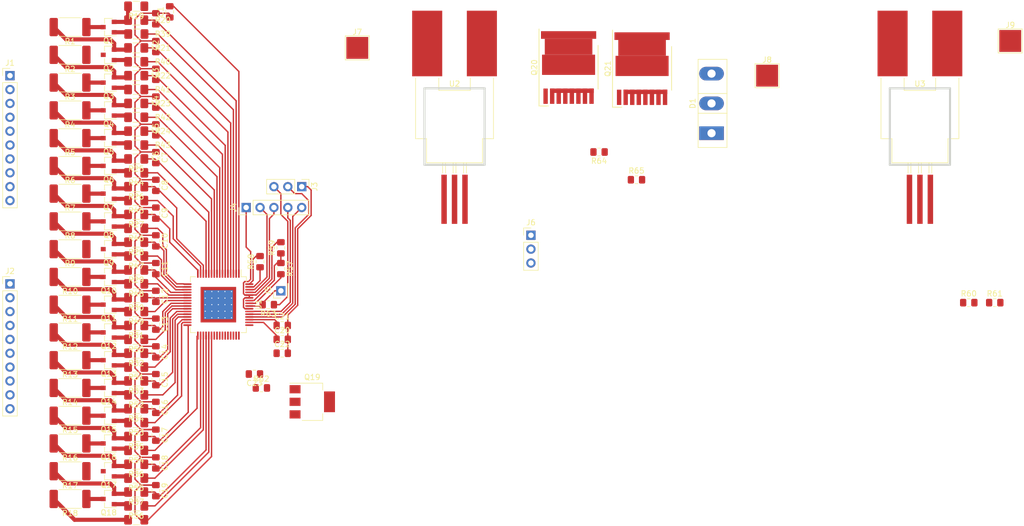
<source format=kicad_pcb>
(kicad_pcb (version 20171130) (host pcbnew "(5.1.5)-3")
  (layers (0 F.Cu signal) (31 B.Cu signal) (34 B.Paste user) (35 F.Paste user) (36 B.SilkS user) (37 F.SilkS user hide) (38 B.Mask user) (39 F.Mask user) (44 Edge.Cuts user))
  (net 0 "")
  (net 1 GND)
  (net 2 "Net-(U1-Pad47)")
  (net 3 "Net-(U1-Pad46)")
  (net 4 "Net-(U1-Pad45)")
  (net 5 "Net-(U1-Pad44)")
  (net 6 "Net-(U1-Pad43)")
  (net 7 "Net-(U1-Pad42)")
  (net 8 "Net-(U1-Pad41)")
  (net 9 "Net-(U1-Pad40)")
  (net 10 "Net-(U1-Pad39)")
  (net 11 VCC)
  (net 12 "Net-(J1-Pad1)")
  (net 13 "Net-(J2-Pad2)")
  (net 14 "Net-(J3-Pad2)")
  (net 15 "Net-(Q1-Pad1)")
  (net 16 VPP)
  (net 17 "Net-(C5-Pad2)")
  (net 18 "Net-(C6-Pad2)")
  (net 19 "Net-(C7-Pad2)")
  (net 20 "Net-(C8-Pad2)")
  (net 21 "Net-(Q2-Pad3)")
  (net 22 "Net-(Q2-Pad1)")
  (net 23 "Net-(Q3-Pad3)")
  (net 24 "Net-(Q3-Pad1)")
  (net 25 "Net-(Q4-Pad3)")
  (net 26 "Net-(Q4-Pad1)")
  (net 27 "Net-(Q5-Pad3)")
  (net 28 "Net-(Q5-Pad1)")
  (net 29 "Net-(C10-Pad2)")
  (net 30 "Net-(C11-Pad2)")
  (net 31 "Net-(C12-Pad2)")
  (net 32 "Net-(C13-Pad2)")
  (net 33 "Net-(C14-Pad2)")
  (net 34 "Net-(C15-Pad2)")
  (net 35 "Net-(C16-Pad2)")
  (net 36 "Net-(C17-Pad2)")
  (net 37 "Net-(C18-Pad2)")
  (net 38 "Net-(C19-Pad2)")
  (net 39 "Net-(J4-Pad5)")
  (net 40 "Net-(J4-Pad4)")
  (net 41 "Net-(J4-Pad3)")
  (net 42 "Net-(J4-Pad2)")
  (net 43 "Net-(J5-Pad1)")
  (net 44 "Net-(Q6-Pad3)")
  (net 45 "Net-(Q6-Pad1)")
  (net 46 "Net-(Q7-Pad3)")
  (net 47 "Net-(Q7-Pad1)")
  (net 48 "Net-(Q8-Pad3)")
  (net 49 "Net-(Q8-Pad1)")
  (net 50 "Net-(Q9-Pad3)")
  (net 51 "Net-(Q9-Pad1)")
  (net 52 "Net-(Q10-Pad3)")
  (net 53 "Net-(Q10-Pad1)")
  (net 54 "Net-(Q11-Pad3)")
  (net 55 "Net-(Q11-Pad1)")
  (net 56 "Net-(Q12-Pad3)")
  (net 57 "Net-(Q12-Pad1)")
  (net 58 "Net-(Q13-Pad3)")
  (net 59 "Net-(Q13-Pad1)")
  (net 60 "Net-(Q14-Pad3)")
  (net 61 "Net-(Q14-Pad1)")
  (net 62 "Net-(Q15-Pad3)")
  (net 63 "Net-(Q15-Pad1)")
  (net 64 "Net-(Q16-Pad3)")
  (net 65 "Net-(Q16-Pad1)")
  (net 66 "Net-(Q17-Pad3)")
  (net 67 "Net-(Q17-Pad1)")
  (net 68 "Net-(Q18-Pad3)")
  (net 69 "Net-(Q18-Pad1)")
  (net 70 "Net-(Q19-Pad1)")
  (net 71 "Net-(R48-Pad1)")
  (net 72 "Net-(R49-Pad1)")
  (net 73 "Net-(R50-Pad1)")
  (net 74 "Net-(R51-Pad1)")
  (net 75 "Net-(R52-Pad1)")
  (net 76 "Net-(R53-Pad1)")
  (net 77 "Net-(R54-Pad1)")
  (net 78 "Net-(R55-Pad1)")
  (net 79 "Net-(R56-Pad1)")
  (net 80 "Net-(R57-Pad1)")
  (net 81 "Net-(R58-Pad1)")
  (net 82 "Net-(C2-Pad2)")
  (net 83 "Net-(C3-Pad2)")
  (net 84 "Net-(C4-Pad2)")
  (net 85 "Net-(C9-Pad2)")
  (net 86 "Net-(C20-Pad1)")
  (net 87 "Net-(C21-Pad1)")
  (net 88 "Net-(C23-Pad1)")
  (net 89 "Net-(J2-Pad3)")
  (net 90 "Net-(J2-Pad1)")
  (net 91 "Net-(Q1-Pad3)")
  (net 92 "Net-(J1-Pad3)")
  (net 93 "Net-(J1-Pad4)")
  (net 94 "Net-(J1-Pad5)")
  (net 95 "Net-(J1-Pad6)")
  (net 96 "Net-(J1-Pad7)")
  (net 97 "Net-(J1-Pad8)")
  (net 98 "Net-(J1-Pad9)")
  (net 99 "Net-(J1-Pad10)")
  (net 100 "Net-(J2-Pad4)")
  (net 101 "Net-(J2-Pad5)")
  (net 102 "Net-(J2-Pad6)")
  (net 103 "Net-(J2-Pad7)")
  (net 104 "Net-(J2-Pad8)")
  (net 105 "Net-(J2-Pad9)")
  (net 106 "Net-(J2-Pad10)")
  (net 107 "Net-(R39-Pad1)")
  (net 108 "Net-(R40-Pad1)")
  (net 109 "Net-(R41-Pad1)")
  (net 110 "Net-(R42-Pad1)")
  (net 111 "Net-(R43-Pad1)")
  (net 112 "Net-(R44-Pad1)")
  (net 113 "Net-(R45-Pad1)")
  (net 114 "Net-(R46-Pad1)")
  (net 115 "Net-(R47-Pad1)")
  (net 116 "Net-(R57-Pad2)")
  (net 117 "Net-(R58-Pad2)")
  (net 118 "Net-(Q20-Pad2)")
  (net 119 "Net-(Q20-Pad1)")
  (net 120 "Net-(Q20-Pad3)")
  (net 121 "Net-(D1-Pad1)")
  (net 122 "Net-(D1-Pad2)")
  (net 123 "Net-(Q21-Pad1)")
  (net 124 "Net-(J6-Pad2)")
  (net 125 "Net-(J6-Pad3)")
  (net 126 "Net-(J7-Pad1)")
  (net 127 "Net-(J9-Pad1)")
  (net 128 "Net-(C1-Pad2)")
  (module TestPoint:TestPoint_Pad_4.0x4.0mm (layer F.Cu) (at 270.51 35.56)
    (fp_text reference J9 (at 0 -2.898) (layer F.SilkS))
    (fp_text value Conn_01x01_Male)
    (pad 1 smd rect (at 0 0) (size 4 4) (layers F.Cu F.Mask) (net 127 "Net-(J9-Pad1)"))
  )
  (module TestPoint:TestPoint_Pad_4.0x4.0mm (layer F.Cu) (at 226.06 41.91)
    (fp_text reference J8 (at 0 -2.898) (layer F.SilkS))
    (fp_text value Conn_01x01_Male)
    (pad 1 smd rect (at 0 0) (size 4 4) (layers F.Cu F.Mask) (net 121 "Net-(D1-Pad1)"))
  )
  (module TestPoint:TestPoint_Pad_4.0x4.0mm (layer F.Cu) (at 151.13 36.83)
    (fp_text reference J7 (at 0 -2.898) (layer F.SilkS))
    (fp_text value Conn_01x01_Male)
    (pad 1 smd rect (at 0 0) (size 4 4) (layers F.Cu F.Mask) (net 126 "Net-(J7-Pad1)"))
  )
  (module Connector_PinHeader_2.54mm:PinHeader_1x03_P2.54mm_Vertical (layer F.Cu) (at 182.88 71.12)
    (fp_text reference J6 (at 0 -2.33) (layer F.SilkS))
    (fp_text value Conn_01x03_Male)
    (pad 3 thru_hole oval (at 0 5.08) (size 1.7 1.7) (drill 1) (layers *.Cu *.Mask) (net 125 "Net-(J6-Pad3)"))
    (pad 2 thru_hole oval (at 0 2.54) (size 1.7 1.7) (drill 1) (layers *.Cu *.Mask) (net 124 "Net-(J6-Pad2)"))
    (pad 1 thru_hole rect (at 0 0) (size 1.7 1.7) (drill 1) (layers *.Cu *.Mask) (net 1 GND))
  )
  (module Sensor_Current:Allegro_CB_PSS (layer F.Cu) (at 254 49.53)
    (fp_text reference U3 (at 0 -6.13125) (layer F.SilkS))
    (fp_text value ACS758xCB-150B-PSS)
    (fp_line (start -5.5 -5.30625) (end 5.5 -5.30625) (layer Edge.Cuts) (width 0.381))
    (fp_line (start 5.5 -5.30625) (end 5.5 8.69375) (layer Edge.Cuts) (width 0.381))
    (fp_line (start -5.5 8.69375) (end -5.5 -5.30625) (layer Edge.Cuts) (width 0.381))
    (fp_line (start 5.5 8.69375) (end -5.5 8.69375) (layer Edge.Cuts) (width 0.381))
    (pad 5 smd rect (at -5 -13.50625) (size 5.5 12) (layers F.Cu F.Paste F.Mask) (net 118 "Net-(Q20-Pad2)"))
    (pad 4 smd rect (at 5 -13.50625) (size 5.5 12) (layers F.Cu F.Paste F.Mask) (net 127 "Net-(J9-Pad1)"))
    (pad 1 smd rect (at -1.91 15.00625) (size 1 9) (layers F.Cu F.Paste F.Mask) (net 11 VCC))
    (pad 3 smd rect (at 1.91 15.00625) (size 1 9) (layers F.Cu F.Paste F.Mask) (net 9 "Net-(U1-Pad40)"))
    (pad 2 smd rect (at 0 15.00625) (size 1 9) (layers F.Cu F.Paste F.Mask) (net 1 GND))
  )
  (module Resistor_SMD:R_0805_2012Metric_Pad1.15x1.40mm_HandSolder (layer F.Cu) (at 202.175 60.96)
    (fp_text reference R65 (at 0 -1.65) (layer F.SilkS))
    (fp_text value 200)
    (pad 2 smd roundrect (at 1.025 0) (size 1.15 1.4) (layers F.Cu F.Paste F.Mask) (roundrect_rratio 0.217391) (net 123 "Net-(Q21-Pad1)"))
    (pad 1 smd roundrect (at -1.025 0) (size 1.15 1.4) (layers F.Cu F.Paste F.Mask) (roundrect_rratio 0.217391) (net 125 "Net-(J6-Pad3)"))
  )
  (module Resistor_SMD:R_0805_2012Metric_Pad1.15x1.40mm_HandSolder (layer F.Cu) (at 195.335 55.88 180)
    (fp_text reference R64 (at 0 -1.65) (layer F.SilkS))
    (fp_text value 4k7)
    (pad 2 smd roundrect (at 1.025 0 180) (size 1.15 1.4) (layers F.Cu F.Paste F.Mask) (roundrect_rratio 0.217391) (net 1 GND))
    (pad 1 smd roundrect (at -1.025 0 180) (size 1.15 1.4) (layers F.Cu F.Paste F.Mask) (roundrect_rratio 0.217391) (net 123 "Net-(Q21-Pad1)"))
  )
  (module Resistor_SMD:R_0805_2012Metric_Pad1.15x1.40mm_HandSolder (layer F.Cu) (at 267.68 83.45)
    (fp_text reference R61 (at 0 -1.65) (layer F.SilkS))
    (fp_text value 200)
    (pad 2 smd roundrect (at 1.025 0) (size 1.15 1.4) (layers F.Cu F.Paste F.Mask) (roundrect_rratio 0.217391) (net 119 "Net-(Q20-Pad1)"))
    (pad 1 smd roundrect (at -1.025 0) (size 1.15 1.4) (layers F.Cu F.Paste F.Mask) (roundrect_rratio 0.217391) (net 124 "Net-(J6-Pad2)"))
  )
  (module Resistor_SMD:R_0805_2012Metric_Pad1.15x1.40mm_HandSolder (layer F.Cu) (at 262.93 83.45)
    (fp_text reference R60 (at 0 -1.65) (layer F.SilkS))
    (fp_text value 4k7)
    (pad 2 smd roundrect (at 1.025 0) (size 1.15 1.4) (layers F.Cu F.Paste F.Mask) (roundrect_rratio 0.217391) (net 1 GND))
    (pad 1 smd roundrect (at -1.025 0) (size 1.15 1.4) (layers F.Cu F.Paste F.Mask) (roundrect_rratio 0.217391) (net 119 "Net-(Q20-Pad1)"))
  )
  (module Package_TO_SOT_THT:TO-247-3_Vertical (layer F.Cu) (at 215.9 52.44 90)
    (fp_text reference D1 (at 5.45 -3.45 90) (layer F.SilkS))
    (fp_text value C5D50065D)
    (pad 3 thru_hole oval (at 10.9 0 90) (size 2.5 4.5) (drill 1.5) (layers *.Cu *.Mask) (net 121 "Net-(D1-Pad1)"))
    (pad 2 thru_hole oval (at 5.45 0 90) (size 2.5 4.5) (drill 1.5) (layers *.Cu *.Mask) (net 122 "Net-(D1-Pad2)"))
    (pad 1 thru_hole rect (at 0 0 90) (size 2.5 4.5) (drill 1.5) (layers *.Cu *.Mask) (net 121 "Net-(D1-Pad1)"))
  )
  (module Sensor_Current:Allegro_CB_PSS (layer F.Cu) (at 168.91 49.53)
    (fp_text reference U2 (at 0 -6.13125) (layer F.SilkS))
    (fp_text value ACS758xCB-150B-PSS)
    (fp_line (start -5.5 -5.30625) (end 5.5 -5.30625) (layer Edge.Cuts) (width 0.381))
    (fp_line (start 5.5 -5.30625) (end 5.5 8.69375) (layer Edge.Cuts) (width 0.381))
    (fp_line (start -5.5 8.69375) (end -5.5 -5.30625) (layer Edge.Cuts) (width 0.381))
    (fp_line (start 5.5 8.69375) (end -5.5 8.69375) (layer Edge.Cuts) (width 0.381))
    (pad 5 smd rect (at -5 -13.50625) (size 5.5 12) (layers F.Cu F.Paste F.Mask) (net 126 "Net-(J7-Pad1)"))
    (pad 4 smd rect (at 5 -13.50625) (size 5.5 12) (layers F.Cu F.Paste F.Mask) (net 120 "Net-(Q20-Pad3)"))
    (pad 1 smd rect (at -1.91 15.00625) (size 1 9) (layers F.Cu F.Paste F.Mask) (net 11 VCC))
    (pad 3 smd rect (at 1.91 15.00625) (size 1 9) (layers F.Cu F.Paste F.Mask) (net 10 "Net-(U1-Pad39)"))
    (pad 2 smd rect (at 0 15.00625) (size 1 9) (layers F.Cu F.Paste F.Mask) (net 1 GND))
  )
  (module Package_TO_SOT_SMD:Infineon_PG-HSOF-8-1 (layer F.Cu) (at 203.2 40.63 90)
    (fp_text reference Q21 (at 0 -6.25 90) (layer F.SilkS))
    (fp_text value IPT012N08N5)
    (pad 2 smd rect (at -4.25 0.6) (size 8 0.8) (layers F.Cu F.Mask) (net 122 "Net-(D1-Pad2)"))
    (pad 1 smd rect (at -5.25 -4.2) (size 0.8 2.8) (layers F.Cu F.Paste F.Mask) (net 123 "Net-(Q21-Pad1)"))
    (pad 2 smd rect (at -5.25 -3) (size 0.8 2.8) (layers F.Cu F.Paste F.Mask) (net 122 "Net-(D1-Pad2)"))
    (pad 2 smd rect (at -5.25 -1.8) (size 0.8 2.8) (layers F.Cu F.Paste F.Mask) (net 122 "Net-(D1-Pad2)"))
    (pad 2 smd rect (at -5.25 4.2) (size 0.8 2.8) (layers F.Cu F.Paste F.Mask) (net 122 "Net-(D1-Pad2)"))
    (pad 2 smd rect (at -5.25 3) (size 0.8 2.8) (layers F.Cu F.Paste F.Mask) (net 122 "Net-(D1-Pad2)"))
    (pad 2 smd rect (at -5.25 1.8) (size 0.8 2.8) (layers F.Cu F.Paste F.Mask) (net 122 "Net-(D1-Pad2)"))
    (pad 2 smd rect (at -5.25 0.6) (size 0.8 2.8) (layers F.Cu F.Paste F.Mask) (net 122 "Net-(D1-Pad2)"))
    (pad 2 smd rect (at -5.25 -0.6) (size 0.8 2.8) (layers F.Cu F.Paste F.Mask) (net 122 "Net-(D1-Pad2)"))
    (pad 3 smd rect (at 0.5 0) (size 9.7 3.7) (layers F.Cu F.Mask) (net 118 "Net-(Q20-Pad2)"))
    (pad 3 smd rect (at 3.8 0) (size 8.7 2.9) (layers F.Cu F.Mask) (net 118 "Net-(Q20-Pad2)"))
    (pad 3 smd rect (at 5.95 0) (size 10.1 1.4) (layers F.Cu F.Mask) (net 118 "Net-(Q20-Pad2)"))
  )
  (module Package_TO_SOT_SMD:Infineon_PG-HSOF-8-1 (layer F.Cu) (at 189.76 40.42 90)
    (fp_text reference Q20 (at 0 -6.25 90) (layer F.SilkS))
    (fp_text value IPT012N08N5)
    (pad 2 smd rect (at -4.25 0.6) (size 8 0.8) (layers F.Cu F.Mask) (net 118 "Net-(Q20-Pad2)"))
    (pad 1 smd rect (at -5.25 -4.2) (size 0.8 2.8) (layers F.Cu F.Paste F.Mask) (net 119 "Net-(Q20-Pad1)"))
    (pad 2 smd rect (at -5.25 -3) (size 0.8 2.8) (layers F.Cu F.Paste F.Mask) (net 118 "Net-(Q20-Pad2)"))
    (pad 2 smd rect (at -5.25 -1.8) (size 0.8 2.8) (layers F.Cu F.Paste F.Mask) (net 118 "Net-(Q20-Pad2)"))
    (pad 2 smd rect (at -5.25 4.2) (size 0.8 2.8) (layers F.Cu F.Paste F.Mask) (net 118 "Net-(Q20-Pad2)"))
    (pad 2 smd rect (at -5.25 3) (size 0.8 2.8) (layers F.Cu F.Paste F.Mask) (net 118 "Net-(Q20-Pad2)"))
    (pad 2 smd rect (at -5.25 1.8) (size 0.8 2.8) (layers F.Cu F.Paste F.Mask) (net 118 "Net-(Q20-Pad2)"))
    (pad 2 smd rect (at -5.25 0.6) (size 0.8 2.8) (layers F.Cu F.Paste F.Mask) (net 118 "Net-(Q20-Pad2)"))
    (pad 2 smd rect (at -5.25 -0.6) (size 0.8 2.8) (layers F.Cu F.Paste F.Mask) (net 118 "Net-(Q20-Pad2)"))
    (pad 3 smd rect (at 0.5 0) (size 9.7 3.7) (layers F.Cu F.Mask) (net 120 "Net-(Q20-Pad3)"))
    (pad 3 smd rect (at 3.8 0) (size 8.7 2.9) (layers F.Cu F.Mask) (net 120 "Net-(Q20-Pad3)"))
    (pad 3 smd rect (at 5.95 0) (size 10.1 1.4) (layers F.Cu F.Mask) (net 120 "Net-(Q20-Pad3)"))
  )
  (module Package_QFP:LQFP-64-1EP_10x10mm_P0.5mm_EP6.5x6.5mm_ThermalVias (layer F.Cu) (at 125.73 83.82 270)
    (fp_text reference U1 (at 0 -7.35 90) (layer F.SilkS))
    (fp_text value LTC6813-1)
    (pad 65 smd rect (at 0 0 270) (size 5.3 5.3) (layers B.Cu))
    (pad 65 thru_hole circle (at 2.4 2.4 270) (size 0.5 0.5) (drill 0.2) (layers *.Cu))
    (pad 65 thru_hole circle (at 1.2 2.4 270) (size 0.5 0.5) (drill 0.2) (layers *.Cu))
    (pad 65 thru_hole circle (at 0 2.4 270) (size 0.5 0.5) (drill 0.2) (layers *.Cu))
    (pad 65 thru_hole circle (at -1.2 2.4 270) (size 0.5 0.5) (drill 0.2) (layers *.Cu))
    (pad 65 thru_hole circle (at -2.4 2.4 270) (size 0.5 0.5) (drill 0.2) (layers *.Cu))
    (pad 65 thru_hole circle (at 2.4 1.2 270) (size 0.5 0.5) (drill 0.2) (layers *.Cu))
    (pad 65 thru_hole circle (at 1.2 1.2 270) (size 0.5 0.5) (drill 0.2) (layers *.Cu))
    (pad 65 thru_hole circle (at 0 1.2 270) (size 0.5 0.5) (drill 0.2) (layers *.Cu))
    (pad 65 thru_hole circle (at -1.2 1.2 270) (size 0.5 0.5) (drill 0.2) (layers *.Cu))
    (pad 65 thru_hole circle (at -2.4 1.2 270) (size 0.5 0.5) (drill 0.2) (layers *.Cu))
    (pad 65 thru_hole circle (at 2.4 0 270) (size 0.5 0.5) (drill 0.2) (layers *.Cu))
    (pad 65 thru_hole circle (at 1.2 0 270) (size 0.5 0.5) (drill 0.2) (layers *.Cu))
    (pad 65 thru_hole circle (at 0 0 270) (size 0.5 0.5) (drill 0.2) (layers *.Cu))
    (pad 65 thru_hole circle (at -1.2 0 270) (size 0.5 0.5) (drill 0.2) (layers *.Cu))
    (pad 65 thru_hole circle (at -2.4 0 270) (size 0.5 0.5) (drill 0.2) (layers *.Cu))
    (pad 65 thru_hole circle (at 2.4 -1.2 270) (size 0.5 0.5) (drill 0.2) (layers *.Cu))
    (pad 65 thru_hole circle (at 1.2 -1.2 270) (size 0.5 0.5) (drill 0.2) (layers *.Cu))
    (pad 65 thru_hole circle (at 0 -1.2 270) (size 0.5 0.5) (drill 0.2) (layers *.Cu))
    (pad 65 thru_hole circle (at -1.2 -1.2 270) (size 0.5 0.5) (drill 0.2) (layers *.Cu))
    (pad 65 thru_hole circle (at -2.4 -1.2 270) (size 0.5 0.5) (drill 0.2) (layers *.Cu))
    (pad 65 thru_hole circle (at 2.4 -2.4 270) (size 0.5 0.5) (drill 0.2) (layers *.Cu))
    (pad 65 thru_hole circle (at 1.2 -2.4 270) (size 0.5 0.5) (drill 0.2) (layers *.Cu))
    (pad 65 thru_hole circle (at 0 -2.4 270) (size 0.5 0.5) (drill 0.2) (layers *.Cu))
    (pad 65 thru_hole circle (at -1.2 -2.4 270) (size 0.5 0.5) (drill 0.2) (layers *.Cu))
    (pad 65 thru_hole circle (at -2.4 -2.4 270) (size 0.5 0.5) (drill 0.2) (layers *.Cu))
    (pad 65 smd rect (at 0 0 270) (size 6.5 6.5) (layers F.Cu F.Mask))
    (pad 64 smd roundrect (at -3.75 -5.6625 270) (size 0.3 1.475) (layers F.Cu F.Paste F.Mask) (net 117 "Net-(R58-Pad2)"))
    (pad 63 smd roundrect (at -3.25 -5.6625 270) (size 0.3 1.475) (layers F.Cu F.Paste F.Mask) (net 81 "Net-(R58-Pad1)"))
    (pad 62 smd roundrect (at -2.75 -5.6625 270) (size 0.3 1.475) (layers F.Cu F.Paste F.Mask) (net 41 "Net-(J4-Pad3)"))
    (pad 61 smd roundrect (at -2.25 -5.6625 270) (size 0.3 1.475) (layers F.Cu F.Paste F.Mask) (net 42 "Net-(J4-Pad2)"))
    (pad 60 smd roundrect (at -1.75 -5.6625 270) (size 0.3 1.475) (layers F.Cu F.Paste F.Mask) (net 1 GND))
    (pad 59 smd roundrect (at -1.25 -5.6625 270) (size 0.3 1.475) (layers F.Cu F.Paste F.Mask) (net 1 GND))
    (pad 58 smd roundrect (at -0.75 -5.6625 270) (size 0.3 1.475) (layers F.Cu F.Paste F.Mask) (net 80 "Net-(R57-Pad1)"))
    (pad 57 smd roundrect (at -0.25 -5.6625 270) (size 0.3 1.475) (layers F.Cu F.Paste F.Mask) (net 116 "Net-(R57-Pad2)"))
    (pad 56 smd roundrect (at 0.25 -5.6625 270) (size 0.3 1.475) (layers F.Cu F.Paste F.Mask) (net 43 "Net-(J5-Pad1)"))
    (pad 55 smd roundrect (at 0.75 -5.6625 270) (size 0.3 1.475) (layers F.Cu F.Paste F.Mask) (net 1 GND))
    (pad 54 smd roundrect (at 1.25 -5.6625 270) (size 0.3 1.475) (layers F.Cu F.Paste F.Mask) (net 39 "Net-(J4-Pad5)"))
    (pad 53 smd roundrect (at 1.75 -5.6625 270) (size 0.3 1.475) (layers F.Cu F.Paste F.Mask) (net 40 "Net-(J4-Pad4)"))
    (pad 52 smd roundrect (at 2.25 -5.6625 270) (size 0.3 1.475) (layers F.Cu F.Paste F.Mask) (net 14 "Net-(J3-Pad2)"))
    (pad 51 smd roundrect (at 2.75 -5.6625 270) (size 0.3 1.475) (layers F.Cu F.Paste F.Mask) (net 87 "Net-(C21-Pad1)"))
    (pad 50 smd roundrect (at 3.25 -5.6625 270) (size 0.3 1.475) (layers F.Cu F.Paste F.Mask) (net 86 "Net-(C20-Pad1)"))
    (pad 49 smd roundrect (at 3.75 -5.6625 270) (size 0.3 1.475) (layers F.Cu F.Paste F.Mask) (net 70 "Net-(Q19-Pad1)"))
    (pad 48 smd roundrect (at 5.6625 -3.75 270) (size 1.475 0.3) (layers F.Cu F.Paste F.Mask) (net 11 VCC))
    (pad 47 smd roundrect (at 5.6625 -3.25 270) (size 1.475 0.3) (layers F.Cu F.Paste F.Mask) (net 2 "Net-(U1-Pad47)"))
    (pad 46 smd roundrect (at 5.6625 -2.75 270) (size 1.475 0.3) (layers F.Cu F.Paste F.Mask) (net 3 "Net-(U1-Pad46)"))
    (pad 45 smd roundrect (at 5.6625 -2.25 270) (size 1.475 0.3) (layers F.Cu F.Paste F.Mask) (net 4 "Net-(U1-Pad45)"))
    (pad 44 smd roundrect (at 5.6625 -1.75 270) (size 1.475 0.3) (layers F.Cu F.Paste F.Mask) (net 5 "Net-(U1-Pad44)"))
    (pad 43 smd roundrect (at 5.6625 -1.25 270) (size 1.475 0.3) (layers F.Cu F.Paste F.Mask) (net 6 "Net-(U1-Pad43)"))
    (pad 42 smd roundrect (at 5.6625 -0.75 270) (size 1.475 0.3) (layers F.Cu F.Paste F.Mask) (net 7 "Net-(U1-Pad42)"))
    (pad 41 smd roundrect (at 5.6625 -0.25 270) (size 1.475 0.3) (layers F.Cu F.Paste F.Mask) (net 8 "Net-(U1-Pad41)"))
    (pad 40 smd roundrect (at 5.6625 0.25 270) (size 1.475 0.3) (layers F.Cu F.Paste F.Mask) (net 9 "Net-(U1-Pad40)"))
    (pad 39 smd roundrect (at 5.6625 0.75 270) (size 1.475 0.3) (layers F.Cu F.Paste F.Mask) (net 10 "Net-(U1-Pad39)"))
    (pad 38 smd roundrect (at 5.6625 1.25 270) (size 1.475 0.3) (layers F.Cu F.Paste F.Mask) (net 1 GND))
    (pad 37 smd roundrect (at 5.6625 1.75 270) (size 1.475 0.3) (layers F.Cu F.Paste F.Mask) (net 79 "Net-(R56-Pad1)"))
    (pad 36 smd roundrect (at 5.6625 2.25 270) (size 1.475 0.3) (layers F.Cu F.Paste F.Mask) (net 38 "Net-(C19-Pad2)"))
    (pad 35 smd roundrect (at 5.6625 2.75 270) (size 1.475 0.3) (layers F.Cu F.Paste F.Mask) (net 78 "Net-(R55-Pad1)"))
    (pad 34 smd roundrect (at 5.6625 3.25 270) (size 1.475 0.3) (layers F.Cu F.Paste F.Mask) (net 37 "Net-(C18-Pad2)"))
    (pad 33 smd roundrect (at 5.6625 3.75 270) (size 1.475 0.3) (layers F.Cu F.Paste F.Mask) (net 77 "Net-(R54-Pad1)"))
    (pad 32 smd roundrect (at 3.75 5.6625 270) (size 0.3 1.475) (layers F.Cu F.Paste F.Mask) (net 36 "Net-(C17-Pad2)"))
    (pad 31 smd roundrect (at 3.25 5.6625 270) (size 0.3 1.475) (layers F.Cu F.Paste F.Mask) (net 76 "Net-(R53-Pad1)"))
    (pad 30 smd roundrect (at 2.75 5.6625 270) (size 0.3 1.475) (layers F.Cu F.Paste F.Mask) (net 35 "Net-(C16-Pad2)"))
    (pad 29 smd roundrect (at 2.25 5.6625 270) (size 0.3 1.475) (layers F.Cu F.Paste F.Mask) (net 75 "Net-(R52-Pad1)"))
    (pad 28 smd roundrect (at 1.75 5.6625 270) (size 0.3 1.475) (layers F.Cu F.Paste F.Mask) (net 34 "Net-(C15-Pad2)"))
    (pad 27 smd roundrect (at 1.25 5.6625 270) (size 0.3 1.475) (layers F.Cu F.Paste F.Mask) (net 74 "Net-(R51-Pad1)"))
    (pad 26 smd roundrect (at 0.75 5.6625 270) (size 0.3 1.475) (layers F.Cu F.Paste F.Mask) (net 33 "Net-(C14-Pad2)"))
    (pad 25 smd roundrect (at 0.25 5.6625 270) (size 0.3 1.475) (layers F.Cu F.Paste F.Mask) (net 73 "Net-(R50-Pad1)"))
    (pad 24 smd roundrect (at -0.25 5.6625 270) (size 0.3 1.475) (layers F.Cu F.Paste F.Mask) (net 32 "Net-(C13-Pad2)"))
    (pad 23 smd roundrect (at -0.75 5.6625 270) (size 0.3 1.475) (layers F.Cu F.Paste F.Mask) (net 72 "Net-(R49-Pad1)"))
    (pad 22 smd roundrect (at -1.25 5.6625 270) (size 0.3 1.475) (layers F.Cu F.Paste F.Mask) (net 31 "Net-(C12-Pad2)"))
    (pad 21 smd roundrect (at -1.75 5.6625 270) (size 0.3 1.475) (layers F.Cu F.Paste F.Mask) (net 71 "Net-(R48-Pad1)"))
    (pad 20 smd roundrect (at -2.25 5.6625 270) (size 0.3 1.475) (layers F.Cu F.Paste F.Mask) (net 30 "Net-(C11-Pad2)"))
    (pad 19 smd roundrect (at -2.75 5.6625 270) (size 0.3 1.475) (layers F.Cu F.Paste F.Mask) (net 115 "Net-(R47-Pad1)"))
    (pad 18 smd roundrect (at -3.25 5.6625 270) (size 0.3 1.475) (layers F.Cu F.Paste F.Mask) (net 29 "Net-(C10-Pad2)"))
    (pad 17 smd roundrect (at -3.75 5.6625 270) (size 0.3 1.475) (layers F.Cu F.Paste F.Mask) (net 114 "Net-(R46-Pad1)"))
    (pad 16 smd roundrect (at -5.6625 3.75 270) (size 1.475 0.3) (layers F.Cu F.Paste F.Mask) (net 85 "Net-(C9-Pad2)"))
    (pad 15 smd roundrect (at -5.6625 3.25 270) (size 1.475 0.3) (layers F.Cu F.Paste F.Mask) (net 113 "Net-(R45-Pad1)"))
    (pad 14 smd roundrect (at -5.6625 2.75 270) (size 1.475 0.3) (layers F.Cu F.Paste F.Mask) (net 20 "Net-(C8-Pad2)"))
    (pad 13 smd roundrect (at -5.6625 2.25 270) (size 1.475 0.3) (layers F.Cu F.Paste F.Mask) (net 112 "Net-(R44-Pad1)"))
    (pad 12 smd roundrect (at -5.6625 1.75 270) (size 1.475 0.3) (layers F.Cu F.Paste F.Mask) (net 19 "Net-(C7-Pad2)"))
    (pad 11 smd roundrect (at -5.6625 1.25 270) (size 1.475 0.3) (layers F.Cu F.Paste F.Mask) (net 111 "Net-(R43-Pad1)"))
    (pad 10 smd roundrect (at -5.6625 0.75 270) (size 1.475 0.3) (layers F.Cu F.Paste F.Mask) (net 18 "Net-(C6-Pad2)"))
    (pad 9 smd roundrect (at -5.6625 0.25 270) (size 1.475 0.3) (layers F.Cu F.Paste F.Mask) (net 110 "Net-(R42-Pad1)"))
    (pad 8 smd roundrect (at -5.6625 -0.25 270) (size 1.475 0.3) (layers F.Cu F.Paste F.Mask) (net 17 "Net-(C5-Pad2)"))
    (pad 7 smd roundrect (at -5.6625 -0.75 270) (size 1.475 0.3) (layers F.Cu F.Paste F.Mask) (net 109 "Net-(R41-Pad1)"))
    (pad 6 smd roundrect (at -5.6625 -1.25 270) (size 1.475 0.3) (layers F.Cu F.Paste F.Mask) (net 84 "Net-(C4-Pad2)"))
    (pad 5 smd roundrect (at -5.6625 -1.75 270) (size 1.475 0.3) (layers F.Cu F.Paste F.Mask) (net 108 "Net-(R40-Pad1)"))
    (pad 4 smd roundrect (at -5.6625 -2.25 270) (size 1.475 0.3) (layers F.Cu F.Paste F.Mask) (net 83 "Net-(C3-Pad2)"))
    (pad 3 smd roundrect (at -5.6625 -2.75 270) (size 1.475 0.3) (layers F.Cu F.Paste F.Mask) (net 107 "Net-(R39-Pad1)"))
    (pad 2 smd roundrect (at -5.6625 -3.25 270) (size 1.475 0.3) (layers F.Cu F.Paste F.Mask) (net 82 "Net-(C2-Pad2)"))
    (pad 1 smd roundrect (at -5.6625 -3.75 270) (size 1.475 0.3) (layers F.Cu F.Paste F.Mask) (net 128 "Net-(C1-Pad2)"))
  )
  (module Package_TO_SOT_SMD:SOT-23 (layer F.Cu) (at 105.68 33.02 180)
    (fp_text reference Q1 (at 0 -2.5) (layer F.SilkS))
    (fp_text value BSS308PE)
    (pad 3 smd rect (at 1 0 180) (size 0.9 0.8) (layers F.Cu F.Paste F.Mask) (net 91 "Net-(Q1-Pad3)"))
    (pad 2 smd rect (at -1 0.95 180) (size 0.9 0.8) (layers F.Cu F.Paste F.Mask) (net 16 VPP))
    (pad 1 smd rect (at -1 -0.95 180) (size 0.9 0.8) (layers F.Cu F.Paste F.Mask) (net 15 "Net-(Q1-Pad1)"))
  )
  (module Capacitor_SMD:C_0805_2012Metric_Pad1.15x1.40mm_HandSolder (layer F.Cu) (at 114.3 41.665 270)
    (fp_text reference C4 (at 4.835 0 90) (layer F.SilkS))
    (fp_text value 100n)
    (pad 2 smd roundrect (at 1.025 0 270) (size 1.15 1.4) (layers F.Cu F.Paste F.Mask) (roundrect_rratio 0.217391) (net 84 "Net-(C4-Pad2)"))
    (pad 1 smd roundrect (at -1.025 0 270) (size 1.15 1.4) (layers F.Cu F.Paste F.Mask) (roundrect_rratio 0.217391) (net 1 GND))
  )
  (module Resistor_SMD:R_1206_3216Metric_Pad1.42x1.75mm_HandSolder (layer F.Cu) (at 110.7075 120.65 180)
    (fp_text reference R56 (at 0 -1.82) (layer F.SilkS))
    (fp_text value 3k3)
    (pad 2 smd roundrect (at 1.4875 0 180) (size 1.425 1.75) (layers F.Cu F.Paste F.Mask) (roundrect_rratio 0.175439) (net 69 "Net-(Q18-Pad1)"))
    (pad 1 smd roundrect (at -1.4875 0 180) (size 1.425 1.75) (layers F.Cu F.Paste F.Mask) (roundrect_rratio 0.175439) (net 79 "Net-(R56-Pad1)"))
  )
  (module Resistor_SMD:R_1206_3216Metric_Pad1.42x1.75mm_HandSolder (layer F.Cu) (at 110.7075 115.57 180)
    (fp_text reference R55 (at 0 -1.82) (layer F.SilkS))
    (fp_text value 3k3)
    (pad 2 smd roundrect (at 1.4875 0 180) (size 1.425 1.75) (layers F.Cu F.Paste F.Mask) (roundrect_rratio 0.175439) (net 67 "Net-(Q17-Pad1)"))
    (pad 1 smd roundrect (at -1.4875 0 180) (size 1.425 1.75) (layers F.Cu F.Paste F.Mask) (roundrect_rratio 0.175439) (net 78 "Net-(R55-Pad1)"))
  )
  (module Resistor_SMD:R_1206_3216Metric_Pad1.42x1.75mm_HandSolder (layer F.Cu) (at 110.7075 110.49 180)
    (fp_text reference R54 (at 0 -1.82) (layer F.SilkS))
    (fp_text value 3k3)
    (pad 2 smd roundrect (at 1.4875 0 180) (size 1.425 1.75) (layers F.Cu F.Paste F.Mask) (roundrect_rratio 0.175439) (net 65 "Net-(Q16-Pad1)"))
    (pad 1 smd roundrect (at -1.4875 0 180) (size 1.425 1.75) (layers F.Cu F.Paste F.Mask) (roundrect_rratio 0.175439) (net 77 "Net-(R54-Pad1)"))
  )
  (module Resistor_SMD:R_1206_3216Metric_Pad1.42x1.75mm_HandSolder (layer F.Cu) (at 110.7075 105.41 180)
    (fp_text reference R53 (at 0 -1.82) (layer F.SilkS))
    (fp_text value 3k3)
    (pad 2 smd roundrect (at 1.4875 0 180) (size 1.425 1.75) (layers F.Cu F.Paste F.Mask) (roundrect_rratio 0.175439) (net 63 "Net-(Q15-Pad1)"))
    (pad 1 smd roundrect (at -1.4875 0 180) (size 1.425 1.75) (layers F.Cu F.Paste F.Mask) (roundrect_rratio 0.175439) (net 76 "Net-(R53-Pad1)"))
  )
  (module Resistor_SMD:R_1206_3216Metric_Pad1.42x1.75mm_HandSolder (layer F.Cu) (at 110.7075 100.33 180)
    (fp_text reference R52 (at 0 -1.82) (layer F.SilkS))
    (fp_text value 3k3)
    (pad 2 smd roundrect (at 1.4875 0 180) (size 1.425 1.75) (layers F.Cu F.Paste F.Mask) (roundrect_rratio 0.175439) (net 61 "Net-(Q14-Pad1)"))
    (pad 1 smd roundrect (at -1.4875 0 180) (size 1.425 1.75) (layers F.Cu F.Paste F.Mask) (roundrect_rratio 0.175439) (net 75 "Net-(R52-Pad1)"))
  )
  (module Resistor_SMD:R_1206_3216Metric_Pad1.42x1.75mm_HandSolder (layer F.Cu) (at 110.7075 95.25 180)
    (fp_text reference R51 (at 0 -1.82) (layer F.SilkS))
    (fp_text value 3k3)
    (pad 2 smd roundrect (at 1.4875 0 180) (size 1.425 1.75) (layers F.Cu F.Paste F.Mask) (roundrect_rratio 0.175439) (net 59 "Net-(Q13-Pad1)"))
    (pad 1 smd roundrect (at -1.4875 0 180) (size 1.425 1.75) (layers F.Cu F.Paste F.Mask) (roundrect_rratio 0.175439) (net 74 "Net-(R51-Pad1)"))
  )
  (module Resistor_SMD:R_1206_3216Metric_Pad1.42x1.75mm_HandSolder (layer F.Cu) (at 110.7075 90.17 180)
    (fp_text reference R50 (at 0 -1.82) (layer F.SilkS))
    (fp_text value 3k3)
    (pad 2 smd roundrect (at 1.4875 0 180) (size 1.425 1.75) (layers F.Cu F.Paste F.Mask) (roundrect_rratio 0.175439) (net 57 "Net-(Q12-Pad1)"))
    (pad 1 smd roundrect (at -1.4875 0 180) (size 1.425 1.75) (layers F.Cu F.Paste F.Mask) (roundrect_rratio 0.175439) (net 73 "Net-(R50-Pad1)"))
  )
  (module Resistor_SMD:R_1206_3216Metric_Pad1.42x1.75mm_HandSolder (layer F.Cu) (at 110.7075 85.09 180)
    (fp_text reference R49 (at 0 -1.82) (layer F.SilkS))
    (fp_text value 3k3)
    (pad 2 smd roundrect (at 1.4875 0 180) (size 1.425 1.75) (layers F.Cu F.Paste F.Mask) (roundrect_rratio 0.175439) (net 55 "Net-(Q11-Pad1)"))
    (pad 1 smd roundrect (at -1.4875 0 180) (size 1.425 1.75) (layers F.Cu F.Paste F.Mask) (roundrect_rratio 0.175439) (net 72 "Net-(R49-Pad1)"))
  )
  (module Resistor_SMD:R_1206_3216Metric_Pad1.42x1.75mm_HandSolder (layer F.Cu) (at 110.7075 80.01 180)
    (fp_text reference R48 (at 0 -1.82) (layer F.SilkS))
    (fp_text value 3k3)
    (pad 2 smd roundrect (at 1.4875 0 180) (size 1.425 1.75) (layers F.Cu F.Paste F.Mask) (roundrect_rratio 0.175439) (net 53 "Net-(Q10-Pad1)"))
    (pad 1 smd roundrect (at -1.4875 0 180) (size 1.425 1.75) (layers F.Cu F.Paste F.Mask) (roundrect_rratio 0.175439) (net 71 "Net-(R48-Pad1)"))
  )
  (module Resistor_SMD:R_1206_3216Metric_Pad1.42x1.75mm_HandSolder (layer F.Cu) (at 110.7075 74.93 180)
    (fp_text reference R47 (at 0 -1.82) (layer F.SilkS))
    (fp_text value 3k3)
    (pad 2 smd roundrect (at 1.4875 0 180) (size 1.425 1.75) (layers F.Cu F.Paste F.Mask) (roundrect_rratio 0.175439) (net 51 "Net-(Q9-Pad1)"))
    (pad 1 smd roundrect (at -1.4875 0 180) (size 1.425 1.75) (layers F.Cu F.Paste F.Mask) (roundrect_rratio 0.175439) (net 115 "Net-(R47-Pad1)"))
  )
  (module Resistor_SMD:R_1206_3216Metric_Pad1.42x1.75mm_HandSolder (layer F.Cu) (at 110.7075 69.85 180)
    (fp_text reference R46 (at 0 -1.82) (layer F.SilkS))
    (fp_text value 3k3)
    (pad 2 smd roundrect (at 1.4875 0 180) (size 1.425 1.75) (layers F.Cu F.Paste F.Mask) (roundrect_rratio 0.175439) (net 49 "Net-(Q8-Pad1)"))
    (pad 1 smd roundrect (at -1.4875 0 180) (size 1.425 1.75) (layers F.Cu F.Paste F.Mask) (roundrect_rratio 0.175439) (net 114 "Net-(R46-Pad1)"))
  )
  (module Resistor_SMD:R_1206_3216Metric_Pad1.42x1.75mm_HandSolder (layer F.Cu) (at 110.7075 64.77 180)
    (fp_text reference R45 (at 0 -1.82) (layer F.SilkS))
    (fp_text value 3k3)
    (pad 2 smd roundrect (at 1.4875 0 180) (size 1.425 1.75) (layers F.Cu F.Paste F.Mask) (roundrect_rratio 0.175439) (net 47 "Net-(Q7-Pad1)"))
    (pad 1 smd roundrect (at -1.4875 0 180) (size 1.425 1.75) (layers F.Cu F.Paste F.Mask) (roundrect_rratio 0.175439) (net 113 "Net-(R45-Pad1)"))
  )
  (module Resistor_SMD:R_1206_3216Metric_Pad1.42x1.75mm_HandSolder (layer F.Cu) (at 110.7075 59.69 180)
    (fp_text reference R44 (at 0 -1.82) (layer F.SilkS))
    (fp_text value 3k3)
    (pad 2 smd roundrect (at 1.4875 0 180) (size 1.425 1.75) (layers F.Cu F.Paste F.Mask) (roundrect_rratio 0.175439) (net 45 "Net-(Q6-Pad1)"))
    (pad 1 smd roundrect (at -1.4875 0 180) (size 1.425 1.75) (layers F.Cu F.Paste F.Mask) (roundrect_rratio 0.175439) (net 112 "Net-(R44-Pad1)"))
  )
  (module Resistor_SMD:R_1206_3216Metric_Pad1.42x1.75mm_HandSolder (layer F.Cu) (at 110.7075 54.61 180)
    (fp_text reference R43 (at -4.8625 0) (layer F.SilkS))
    (fp_text value 3k3)
    (pad 2 smd roundrect (at 1.4875 0 180) (size 1.425 1.75) (layers F.Cu F.Paste F.Mask) (roundrect_rratio 0.175439) (net 28 "Net-(Q5-Pad1)"))
    (pad 1 smd roundrect (at -1.4875 0 180) (size 1.425 1.75) (layers F.Cu F.Paste F.Mask) (roundrect_rratio 0.175439) (net 111 "Net-(R43-Pad1)"))
  )
  (module Resistor_SMD:R_1206_3216Metric_Pad1.42x1.75mm_HandSolder (layer F.Cu) (at 110.7075 49.53 180)
    (fp_text reference R42 (at -4.8625 0) (layer F.SilkS))
    (fp_text value 3k3)
    (pad 2 smd roundrect (at 1.4875 0 180) (size 1.425 1.75) (layers F.Cu F.Paste F.Mask) (roundrect_rratio 0.175439) (net 26 "Net-(Q4-Pad1)"))
    (pad 1 smd roundrect (at -1.4875 0 180) (size 1.425 1.75) (layers F.Cu F.Paste F.Mask) (roundrect_rratio 0.175439) (net 110 "Net-(R42-Pad1)"))
  )
  (module Resistor_SMD:R_1206_3216Metric_Pad1.42x1.75mm_HandSolder (layer F.Cu) (at 110.7075 44.45 180)
    (fp_text reference R41 (at -4.8625 0) (layer F.SilkS))
    (fp_text value 3k3)
    (pad 2 smd roundrect (at 1.4875 0 180) (size 1.425 1.75) (layers F.Cu F.Paste F.Mask) (roundrect_rratio 0.175439) (net 24 "Net-(Q3-Pad1)"))
    (pad 1 smd roundrect (at -1.4875 0 180) (size 1.425 1.75) (layers F.Cu F.Paste F.Mask) (roundrect_rratio 0.175439) (net 109 "Net-(R41-Pad1)"))
  )
  (module Resistor_SMD:R_1206_3216Metric_Pad1.42x1.75mm_HandSolder (layer F.Cu) (at 110.7075 39.37 180)
    (fp_text reference R40 (at -4.8625 0) (layer F.SilkS))
    (fp_text value 3k3)
    (pad 2 smd roundrect (at 1.4875 0 180) (size 1.425 1.75) (layers F.Cu F.Paste F.Mask) (roundrect_rratio 0.175439) (net 22 "Net-(Q2-Pad1)"))
    (pad 1 smd roundrect (at -1.4875 0 180) (size 1.425 1.75) (layers F.Cu F.Paste F.Mask) (roundrect_rratio 0.175439) (net 108 "Net-(R40-Pad1)"))
  )
  (module Resistor_SMD:R_1206_3216Metric_Pad1.42x1.75mm_HandSolder (layer F.Cu) (at 110.735 34.29 180)
    (fp_text reference R39 (at -4.835 0) (layer F.SilkS))
    (fp_text value 3k3)
    (pad 2 smd roundrect (at 1.4875 0 180) (size 1.425 1.75) (layers F.Cu F.Paste F.Mask) (roundrect_rratio 0.175439) (net 15 "Net-(Q1-Pad1)"))
    (pad 1 smd roundrect (at -1.4875 0 180) (size 1.425 1.75) (layers F.Cu F.Paste F.Mask) (roundrect_rratio 0.175439) (net 107 "Net-(R39-Pad1)"))
  )
  (module Resistor_SMD:R_1206_3216Metric_Pad1.42x1.75mm_HandSolder (layer F.Cu) (at 110.7075 92.71 180)
    (fp_text reference R32 (at 0 -1.82) (layer F.SilkS))
    (fp_text value 100)
    (pad 2 smd roundrect (at 1.4875 0 180) (size 1.425 1.75) (layers F.Cu F.Paste F.Mask) (roundrect_rratio 0.175439) (net 100 "Net-(J2-Pad4)"))
    (pad 1 smd roundrect (at -1.4875 0 180) (size 1.425 1.75) (layers F.Cu F.Paste F.Mask) (roundrect_rratio 0.175439) (net 33 "Net-(C14-Pad2)"))
  )
  (module Resistor_SMD:R_1206_3216Metric_Pad1.42x1.75mm_HandSolder (layer F.Cu) (at 110.7075 87.63 180)
    (fp_text reference R31 (at 0 -1.82) (layer F.SilkS))
    (fp_text value 100)
    (pad 2 smd roundrect (at 1.4875 0 180) (size 1.425 1.75) (layers F.Cu F.Paste F.Mask) (roundrect_rratio 0.175439) (net 89 "Net-(J2-Pad3)"))
    (pad 1 smd roundrect (at -1.4875 0 180) (size 1.425 1.75) (layers F.Cu F.Paste F.Mask) (roundrect_rratio 0.175439) (net 32 "Net-(C13-Pad2)"))
  )
  (module Resistor_SMD:R_1206_3216Metric_Pad1.42x1.75mm_HandSolder (layer F.Cu) (at 110.7075 82.55 180)
    (fp_text reference R30 (at 0 -1.82) (layer F.SilkS))
    (fp_text value 100)
    (pad 2 smd roundrect (at 1.4875 0 180) (size 1.425 1.75) (layers F.Cu F.Paste F.Mask) (roundrect_rratio 0.175439) (net 13 "Net-(J2-Pad2)"))
    (pad 1 smd roundrect (at -1.4875 0 180) (size 1.425 1.75) (layers F.Cu F.Paste F.Mask) (roundrect_rratio 0.175439) (net 31 "Net-(C12-Pad2)"))
  )
  (module Resistor_SMD:R_1206_3216Metric_Pad1.42x1.75mm_HandSolder (layer F.Cu) (at 110.7075 77.47 180)
    (fp_text reference R29 (at 0 -1.82) (layer F.SilkS))
    (fp_text value 100)
    (pad 2 smd roundrect (at 1.4875 0 180) (size 1.425 1.75) (layers F.Cu F.Paste F.Mask) (roundrect_rratio 0.175439) (net 90 "Net-(J2-Pad1)"))
    (pad 1 smd roundrect (at -1.4875 0 180) (size 1.425 1.75) (layers F.Cu F.Paste F.Mask) (roundrect_rratio 0.175439) (net 30 "Net-(C11-Pad2)"))
  )
  (module Resistor_SMD:R_1206_3216Metric_Pad1.42x1.75mm_HandSolder (layer F.Cu) (at 110.7075 72.39 180)
    (fp_text reference R28 (at 0 -1.82) (layer F.SilkS))
    (fp_text value 100)
    (pad 2 smd roundrect (at 1.4875 0 180) (size 1.425 1.75) (layers F.Cu F.Paste F.Mask) (roundrect_rratio 0.175439) (net 99 "Net-(J1-Pad10)"))
    (pad 1 smd roundrect (at -1.4875 0 180) (size 1.425 1.75) (layers F.Cu F.Paste F.Mask) (roundrect_rratio 0.175439) (net 29 "Net-(C10-Pad2)"))
  )
  (module Resistor_SMD:R_1206_3216Metric_Pad1.42x1.75mm_HandSolder (layer F.Cu) (at 110.7075 67.31 180)
    (fp_text reference R27 (at 0 -1.82) (layer F.SilkS))
    (fp_text value 100)
    (pad 2 smd roundrect (at 1.4875 0 180) (size 1.425 1.75) (layers F.Cu F.Paste F.Mask) (roundrect_rratio 0.175439) (net 98 "Net-(J1-Pad9)"))
    (pad 1 smd roundrect (at -1.4875 0 180) (size 1.425 1.75) (layers F.Cu F.Paste F.Mask) (roundrect_rratio 0.175439) (net 85 "Net-(C9-Pad2)"))
  )
  (module Resistor_SMD:R_1206_3216Metric_Pad1.42x1.75mm_HandSolder (layer F.Cu) (at 110.7075 62.23 180)
    (fp_text reference R26 (at 0 -1.82) (layer F.SilkS))
    (fp_text value 100)
    (pad 2 smd roundrect (at 1.4875 0 180) (size 1.425 1.75) (layers F.Cu F.Paste F.Mask) (roundrect_rratio 0.175439) (net 97 "Net-(J1-Pad8)"))
    (pad 1 smd roundrect (at -1.4875 0 180) (size 1.425 1.75) (layers F.Cu F.Paste F.Mask) (roundrect_rratio 0.175439) (net 20 "Net-(C8-Pad2)"))
  )
  (module Resistor_SMD:R_1206_3216Metric_Pad1.42x1.75mm_HandSolder (layer F.Cu) (at 110.7075 57.15 180)
    (fp_text reference R25 (at 0 -1.82) (layer F.SilkS))
    (fp_text value 100)
    (pad 2 smd roundrect (at 1.4875 0 180) (size 1.425 1.75) (layers F.Cu F.Paste F.Mask) (roundrect_rratio 0.175439) (net 96 "Net-(J1-Pad7)"))
    (pad 1 smd roundrect (at -1.4875 0 180) (size 1.425 1.75) (layers F.Cu F.Paste F.Mask) (roundrect_rratio 0.175439) (net 19 "Net-(C7-Pad2)"))
  )
  (module Resistor_SMD:R_1206_3216Metric_Pad1.42x1.75mm_HandSolder (layer F.Cu) (at 110.7075 52.07 180)
    (fp_text reference R24 (at -4.8625 0) (layer F.SilkS))
    (fp_text value 100)
    (pad 2 smd roundrect (at 1.4875 0 180) (size 1.425 1.75) (layers F.Cu F.Paste F.Mask) (roundrect_rratio 0.175439) (net 95 "Net-(J1-Pad6)"))
    (pad 1 smd roundrect (at -1.4875 0 180) (size 1.425 1.75) (layers F.Cu F.Paste F.Mask) (roundrect_rratio 0.175439) (net 18 "Net-(C6-Pad2)"))
  )
  (module Resistor_SMD:R_1206_3216Metric_Pad1.42x1.75mm_HandSolder (layer F.Cu) (at 110.7075 46.99 180)
    (fp_text reference R23 (at -4.8625 0) (layer F.SilkS))
    (fp_text value 100)
    (pad 2 smd roundrect (at 1.4875 0 180) (size 1.425 1.75) (layers F.Cu F.Paste F.Mask) (roundrect_rratio 0.175439) (net 94 "Net-(J1-Pad5)"))
    (pad 1 smd roundrect (at -1.4875 0 180) (size 1.425 1.75) (layers F.Cu F.Paste F.Mask) (roundrect_rratio 0.175439) (net 17 "Net-(C5-Pad2)"))
  )
  (module Resistor_SMD:R_1206_3216Metric_Pad1.42x1.75mm_HandSolder (layer F.Cu) (at 110.7075 41.91 180)
    (fp_text reference R22 (at -4.8625 0) (layer F.SilkS))
    (fp_text value 100)
    (pad 2 smd roundrect (at 1.4875 0 180) (size 1.425 1.75) (layers F.Cu F.Paste F.Mask) (roundrect_rratio 0.175439) (net 93 "Net-(J1-Pad4)"))
    (pad 1 smd roundrect (at -1.4875 0 180) (size 1.425 1.75) (layers F.Cu F.Paste F.Mask) (roundrect_rratio 0.175439) (net 84 "Net-(C4-Pad2)"))
  )
  (module Resistor_SMD:R_1206_3216Metric_Pad1.42x1.75mm_HandSolder (layer F.Cu) (at 110.7075 36.83 180)
    (fp_text reference R21 (at -4.8625 0) (layer F.SilkS))
    (fp_text value 100)
    (pad 2 smd roundrect (at 1.4875 0 180) (size 1.425 1.75) (layers F.Cu F.Paste F.Mask) (roundrect_rratio 0.175439) (net 92 "Net-(J1-Pad3)"))
    (pad 1 smd roundrect (at -1.4875 0 180) (size 1.425 1.75) (layers F.Cu F.Paste F.Mask) (roundrect_rratio 0.175439) (net 83 "Net-(C3-Pad2)"))
  )
  (module Resistor_SMD:R_1206_3216Metric_Pad1.42x1.75mm_HandSolder (layer F.Cu) (at 110.7075 31.75 180)
    (fp_text reference R20 (at -4.8625 0) (layer F.SilkS))
    (fp_text value 100)
    (pad 2 smd roundrect (at 1.4875 0 180) (size 1.425 1.75) (layers F.Cu F.Paste F.Mask) (roundrect_rratio 0.175439) (net 16 VPP))
    (pad 1 smd roundrect (at -1.4875 0 180) (size 1.425 1.75) (layers F.Cu F.Paste F.Mask) (roundrect_rratio 0.175439) (net 82 "Net-(C2-Pad2)"))
  )
  (module Resistor_SMD:R_1206_3216Metric_Pad1.42x1.75mm_HandSolder (layer F.Cu) (at 110.7075 29.21 180)
    (fp_text reference R19 (at 0 -1.82) (layer F.SilkS))
    (fp_text value 100)
    (pad 2 smd roundrect (at 1.4875 0 180) (size 1.425 1.75) (layers F.Cu F.Paste F.Mask) (roundrect_rratio 0.175439) (net 16 VPP))
    (pad 1 smd roundrect (at -1.4875 0 180) (size 1.425 1.75) (layers F.Cu F.Paste F.Mask) (roundrect_rratio 0.175439) (net 128 "Net-(C1-Pad2)"))
  )
  (module Resistor_SMD:R_2512_6332Metric_Pad1.52x3.35mm_HandSolder (layer F.Cu) (at 98.6125 119.38 180)
    (fp_text reference R18 (at 0 -2.62) (layer F.SilkS))
    (fp_text value 10)
    (pad 2 smd roundrect (at 2.9875 0 180) (size 1.525 3.35) (layers F.Cu F.Paste F.Mask) (roundrect_rratio 0.163934) (net 106 "Net-(J2-Pad10)"))
    (pad 1 smd roundrect (at -2.9875 0 180) (size 1.525 3.35) (layers F.Cu F.Paste F.Mask) (roundrect_rratio 0.163934) (net 68 "Net-(Q18-Pad3)"))
  )
  (module Resistor_SMD:R_2512_6332Metric_Pad1.52x3.35mm_HandSolder (layer F.Cu) (at 98.6125 114.3 180)
    (fp_text reference R17 (at 0 -2.62) (layer F.SilkS))
    (fp_text value 10)
    (pad 2 smd roundrect (at 2.9875 0 180) (size 1.525 3.35) (layers F.Cu F.Paste F.Mask) (roundrect_rratio 0.163934) (net 105 "Net-(J2-Pad9)"))
    (pad 1 smd roundrect (at -2.9875 0 180) (size 1.525 3.35) (layers F.Cu F.Paste F.Mask) (roundrect_rratio 0.163934) (net 66 "Net-(Q17-Pad3)"))
  )
  (module Resistor_SMD:R_2512_6332Metric_Pad1.52x3.35mm_HandSolder (layer F.Cu) (at 98.6125 109.22 180)
    (fp_text reference R16 (at 0 -2.62) (layer F.SilkS))
    (fp_text value 10)
    (pad 2 smd roundrect (at 2.9875 0 180) (size 1.525 3.35) (layers F.Cu F.Paste F.Mask) (roundrect_rratio 0.163934) (net 104 "Net-(J2-Pad8)"))
    (pad 1 smd roundrect (at -2.9875 0 180) (size 1.525 3.35) (layers F.Cu F.Paste F.Mask) (roundrect_rratio 0.163934) (net 64 "Net-(Q16-Pad3)"))
  )
  (module Resistor_SMD:R_2512_6332Metric_Pad1.52x3.35mm_HandSolder (layer F.Cu) (at 98.6125 104.14 180)
    (fp_text reference R15 (at 0 -2.62) (layer F.SilkS))
    (fp_text value 10)
    (pad 2 smd roundrect (at 2.9875 0 180) (size 1.525 3.35) (layers F.Cu F.Paste F.Mask) (roundrect_rratio 0.163934) (net 103 "Net-(J2-Pad7)"))
    (pad 1 smd roundrect (at -2.9875 0 180) (size 1.525 3.35) (layers F.Cu F.Paste F.Mask) (roundrect_rratio 0.163934) (net 62 "Net-(Q15-Pad3)"))
  )
  (module Resistor_SMD:R_2512_6332Metric_Pad1.52x3.35mm_HandSolder (layer F.Cu) (at 98.6125 99.06 180)
    (fp_text reference R14 (at 0 -2.62) (layer F.SilkS))
    (fp_text value 10)
    (pad 2 smd roundrect (at 2.9875 0 180) (size 1.525 3.35) (layers F.Cu F.Paste F.Mask) (roundrect_rratio 0.163934) (net 102 "Net-(J2-Pad6)"))
    (pad 1 smd roundrect (at -2.9875 0 180) (size 1.525 3.35) (layers F.Cu F.Paste F.Mask) (roundrect_rratio 0.163934) (net 60 "Net-(Q14-Pad3)"))
  )
  (module Resistor_SMD:R_2512_6332Metric_Pad1.52x3.35mm_HandSolder (layer F.Cu) (at 98.6125 93.98 180)
    (fp_text reference R13 (at 0 -2.62) (layer F.SilkS))
    (fp_text value 10)
    (pad 2 smd roundrect (at 2.9875 0 180) (size 1.525 3.35) (layers F.Cu F.Paste F.Mask) (roundrect_rratio 0.163934) (net 101 "Net-(J2-Pad5)"))
    (pad 1 smd roundrect (at -2.9875 0 180) (size 1.525 3.35) (layers F.Cu F.Paste F.Mask) (roundrect_rratio 0.163934) (net 58 "Net-(Q13-Pad3)"))
  )
  (module Resistor_SMD:R_2512_6332Metric_Pad1.52x3.35mm_HandSolder (layer F.Cu) (at 98.6125 88.9 180)
    (fp_text reference R12 (at 0 -2.62) (layer F.SilkS))
    (fp_text value 10)
    (pad 2 smd roundrect (at 2.9875 0 180) (size 1.525 3.35) (layers F.Cu F.Paste F.Mask) (roundrect_rratio 0.163934) (net 100 "Net-(J2-Pad4)"))
    (pad 1 smd roundrect (at -2.9875 0 180) (size 1.525 3.35) (layers F.Cu F.Paste F.Mask) (roundrect_rratio 0.163934) (net 56 "Net-(Q12-Pad3)"))
  )
  (module Resistor_SMD:R_2512_6332Metric_Pad1.52x3.35mm_HandSolder (layer F.Cu) (at 98.6125 83.82 180)
    (fp_text reference R11 (at 0 -2.62) (layer F.SilkS))
    (fp_text value 10)
    (pad 2 smd roundrect (at 2.9875 0 180) (size 1.525 3.35) (layers F.Cu F.Paste F.Mask) (roundrect_rratio 0.163934) (net 89 "Net-(J2-Pad3)"))
    (pad 1 smd roundrect (at -2.9875 0 180) (size 1.525 3.35) (layers F.Cu F.Paste F.Mask) (roundrect_rratio 0.163934) (net 54 "Net-(Q11-Pad3)"))
  )
  (module Resistor_SMD:R_2512_6332Metric_Pad1.52x3.35mm_HandSolder (layer F.Cu) (at 98.6125 78.74 180)
    (fp_text reference R10 (at 0 -2.62) (layer F.SilkS))
    (fp_text value 10)
    (pad 2 smd roundrect (at 2.9875 0 180) (size 1.525 3.35) (layers F.Cu F.Paste F.Mask) (roundrect_rratio 0.163934) (net 13 "Net-(J2-Pad2)"))
    (pad 1 smd roundrect (at -2.9875 0 180) (size 1.525 3.35) (layers F.Cu F.Paste F.Mask) (roundrect_rratio 0.163934) (net 52 "Net-(Q10-Pad3)"))
  )
  (module Resistor_SMD:R_2512_6332Metric_Pad1.52x3.35mm_HandSolder (layer F.Cu) (at 98.6125 53.34 180)
    (fp_text reference R5 (at 0 -2.62) (layer F.SilkS))
    (fp_text value 10)
    (pad 2 smd roundrect (at 2.9875 0 180) (size 1.525 3.35) (layers F.Cu F.Paste F.Mask) (roundrect_rratio 0.163934) (net 96 "Net-(J1-Pad7)"))
    (pad 1 smd roundrect (at -2.9875 0 180) (size 1.525 3.35) (layers F.Cu F.Paste F.Mask) (roundrect_rratio 0.163934) (net 27 "Net-(Q5-Pad3)"))
  )
  (module Resistor_SMD:R_2512_6332Metric_Pad1.52x3.35mm_HandSolder (layer F.Cu) (at 98.6125 48.26 180)
    (fp_text reference R4 (at 0 -2.62) (layer F.SilkS))
    (fp_text value 10)
    (pad 2 smd roundrect (at 2.9875 0 180) (size 1.525 3.35) (layers F.Cu F.Paste F.Mask) (roundrect_rratio 0.163934) (net 95 "Net-(J1-Pad6)"))
    (pad 1 smd roundrect (at -2.9875 0 180) (size 1.525 3.35) (layers F.Cu F.Paste F.Mask) (roundrect_rratio 0.163934) (net 25 "Net-(Q4-Pad3)"))
  )
  (module Resistor_SMD:R_2512_6332Metric_Pad1.52x3.35mm_HandSolder (layer F.Cu) (at 98.6125 43.18 180)
    (fp_text reference R3 (at 0 -2.62) (layer F.SilkS))
    (fp_text value 10)
    (pad 2 smd roundrect (at 2.9875 0 180) (size 1.525 3.35) (layers F.Cu F.Paste F.Mask) (roundrect_rratio 0.163934) (net 94 "Net-(J1-Pad5)"))
    (pad 1 smd roundrect (at -2.9875 0 180) (size 1.525 3.35) (layers F.Cu F.Paste F.Mask) (roundrect_rratio 0.163934) (net 23 "Net-(Q3-Pad3)"))
  )
  (module Resistor_SMD:R_2512_6332Metric_Pad1.52x3.35mm_HandSolder (layer F.Cu) (at 98.6125 38.1 180)
    (fp_text reference R2 (at 0 -2.62) (layer F.SilkS))
    (fp_text value 10)
    (pad 2 smd roundrect (at 2.9875 0 180) (size 1.525 3.35) (layers F.Cu F.Paste F.Mask) (roundrect_rratio 0.163934) (net 93 "Net-(J1-Pad4)"))
    (pad 1 smd roundrect (at -2.9875 0 180) (size 1.525 3.35) (layers F.Cu F.Paste F.Mask) (roundrect_rratio 0.163934) (net 21 "Net-(Q2-Pad3)"))
  )
  (module Resistor_SMD:R_2512_6332Metric_Pad1.52x3.35mm_HandSolder (layer F.Cu) (at 98.6125 33.02 180)
    (fp_text reference R1 (at 0 -2.62) (layer F.SilkS))
    (fp_text value 10)
    (pad 2 smd roundrect (at 2.9875 0 180) (size 1.525 3.35) (layers F.Cu F.Paste F.Mask) (roundrect_rratio 0.163934) (net 92 "Net-(J1-Pad3)"))
    (pad 1 smd roundrect (at -2.9875 0 180) (size 1.525 3.35) (layers F.Cu F.Paste F.Mask) (roundrect_rratio 0.163934) (net 91 "Net-(Q1-Pad3)"))
  )
  (module Package_TO_SOT_SMD:SOT-223-3_TabPin2 (layer F.Cu) (at 142.9 101.6)
    (fp_text reference Q19 (at 0 -4.5) (layer F.SilkS))
    (fp_text value BCP56)
    (pad 1 smd rect (at -3.15 -2.3) (size 2 1.5) (layers F.Cu F.Paste F.Mask) (net 70 "Net-(Q19-Pad1)"))
    (pad 3 smd rect (at -3.15 2.3) (size 2 1.5) (layers F.Cu F.Paste F.Mask) (net 11 VCC))
    (pad 2 smd rect (at -3.15 0) (size 2 1.5) (layers F.Cu F.Paste F.Mask) (net 88 "Net-(C23-Pad1)"))
    (pad 2 smd rect (at 3.15 0) (size 2 3.8) (layers F.Cu F.Paste F.Mask) (net 88 "Net-(C23-Pad1)"))
  )
  (module Connector_PinHeader_2.54mm:PinHeader_1x01_P2.54mm_Vertical (layer F.Cu) (at 137.16 81.28 90)
    (fp_text reference J5 (at 0 -2.33 90) (layer F.SilkS))
    (fp_text value Conn_01x01_Male)
    (pad 1 thru_hole rect (at 0 0 90) (size 1.7 1.7) (drill 1) (layers *.Cu *.Mask) (net 43 "Net-(J5-Pad1)"))
  )
  (module Connector_PinHeader_2.54mm:PinHeader_1x05_P2.54mm_Vertical (layer F.Cu) (at 130.81 66.04 90)
    (fp_text reference J4 (at 0 -2.33 90) (layer F.SilkS))
    (fp_text value Conn_01x05_Male)
    (pad 5 thru_hole oval (at 0 10.16 90) (size 1.7 1.7) (drill 1) (layers *.Cu *.Mask) (net 39 "Net-(J4-Pad5)"))
    (pad 4 thru_hole oval (at 0 7.62 90) (size 1.7 1.7) (drill 1) (layers *.Cu *.Mask) (net 40 "Net-(J4-Pad4)"))
    (pad 3 thru_hole oval (at 0 5.08 90) (size 1.7 1.7) (drill 1) (layers *.Cu *.Mask) (net 41 "Net-(J4-Pad3)"))
    (pad 2 thru_hole oval (at 0 2.54 90) (size 1.7 1.7) (drill 1) (layers *.Cu *.Mask) (net 42 "Net-(J4-Pad2)"))
    (pad 1 thru_hole rect (at 0 0 90) (size 1.7 1.7) (drill 1) (layers *.Cu *.Mask) (net 1 GND))
  )
  (module Connector_PinHeader_2.54mm:PinHeader_1x03_P2.54mm_Vertical (layer F.Cu) (at 140.97 62.23 270)
    (fp_text reference J3 (at 0 -2.33 90) (layer F.SilkS))
    (fp_text value Conn_01x03_Male)
    (pad 3 thru_hole oval (at 0 5.08 270) (size 1.7 1.7) (drill 1) (layers *.Cu *.Mask) (net 11 VCC))
    (pad 2 thru_hole oval (at 0 2.54 270) (size 1.7 1.7) (drill 1) (layers *.Cu *.Mask) (net 14 "Net-(J3-Pad2)"))
    (pad 1 thru_hole rect (at 0 0 270) (size 1.7 1.7) (drill 1) (layers *.Cu *.Mask) (net 1 GND))
  )
  (module Connector_PinHeader_2.54mm:PinHeader_1x10_P2.54mm_Vertical (layer F.Cu) (at 87.63 80.01)
    (fp_text reference J2 (at 0 -2.33) (layer F.SilkS))
    (fp_text value Conn_01x10_Male)
    (pad 10 thru_hole oval (at 0 22.86) (size 1.7 1.7) (drill 1) (layers *.Cu *.Mask) (net 106 "Net-(J2-Pad10)"))
    (pad 9 thru_hole oval (at 0 20.32) (size 1.7 1.7) (drill 1) (layers *.Cu *.Mask) (net 105 "Net-(J2-Pad9)"))
    (pad 8 thru_hole oval (at 0 17.78) (size 1.7 1.7) (drill 1) (layers *.Cu *.Mask) (net 104 "Net-(J2-Pad8)"))
    (pad 7 thru_hole oval (at 0 15.24) (size 1.7 1.7) (drill 1) (layers *.Cu *.Mask) (net 103 "Net-(J2-Pad7)"))
    (pad 6 thru_hole oval (at 0 12.7) (size 1.7 1.7) (drill 1) (layers *.Cu *.Mask) (net 102 "Net-(J2-Pad6)"))
    (pad 5 thru_hole oval (at 0 10.16) (size 1.7 1.7) (drill 1) (layers *.Cu *.Mask) (net 101 "Net-(J2-Pad5)"))
    (pad 4 thru_hole oval (at 0 7.62) (size 1.7 1.7) (drill 1) (layers *.Cu *.Mask) (net 100 "Net-(J2-Pad4)"))
    (pad 3 thru_hole oval (at 0 5.08) (size 1.7 1.7) (drill 1) (layers *.Cu *.Mask) (net 89 "Net-(J2-Pad3)"))
    (pad 2 thru_hole oval (at 0 2.54) (size 1.7 1.7) (drill 1) (layers *.Cu *.Mask) (net 13 "Net-(J2-Pad2)"))
    (pad 1 thru_hole rect (at 0 0) (size 1.7 1.7) (drill 1) (layers *.Cu *.Mask) (net 90 "Net-(J2-Pad1)"))
  )
  (module Connector_PinHeader_2.54mm:PinHeader_1x10_P2.54mm_Vertical (layer F.Cu) (at 87.63 41.91)
    (fp_text reference J1 (at 0 -2.33) (layer F.SilkS))
    (fp_text value Conn_01x10_Male)
    (pad 10 thru_hole oval (at 0 22.86) (size 1.7 1.7) (drill 1) (layers *.Cu *.Mask) (net 99 "Net-(J1-Pad10)"))
    (pad 9 thru_hole oval (at 0 20.32) (size 1.7 1.7) (drill 1) (layers *.Cu *.Mask) (net 98 "Net-(J1-Pad9)"))
    (pad 8 thru_hole oval (at 0 17.78) (size 1.7 1.7) (drill 1) (layers *.Cu *.Mask) (net 97 "Net-(J1-Pad8)"))
    (pad 7 thru_hole oval (at 0 15.24) (size 1.7 1.7) (drill 1) (layers *.Cu *.Mask) (net 96 "Net-(J1-Pad7)"))
    (pad 6 thru_hole oval (at 0 12.7) (size 1.7 1.7) (drill 1) (layers *.Cu *.Mask) (net 95 "Net-(J1-Pad6)"))
    (pad 5 thru_hole oval (at 0 10.16) (size 1.7 1.7) (drill 1) (layers *.Cu *.Mask) (net 94 "Net-(J1-Pad5)"))
    (pad 4 thru_hole oval (at 0 7.62) (size 1.7 1.7) (drill 1) (layers *.Cu *.Mask) (net 93 "Net-(J1-Pad4)"))
    (pad 3 thru_hole oval (at 0 5.08) (size 1.7 1.7) (drill 1) (layers *.Cu *.Mask) (net 92 "Net-(J1-Pad3)"))
    (pad 2 thru_hole oval (at 0 2.54) (size 1.7 1.7) (drill 1) (layers *.Cu *.Mask) (net 16 VPP))
    (pad 1 thru_hole rect (at 0 0) (size 1.7 1.7) (drill 1) (layers *.Cu *.Mask) (net 12 "Net-(J1-Pad1)"))
  )
  (module Capacitor_SMD:C_0805_2012Metric_Pad1.15x1.40mm_HandSolder (layer F.Cu) (at 116.84 30.235 90)
    (fp_text reference C1 (at 0 -1.65 90) (layer F.SilkS))
    (fp_text value 100n)
    (pad 2 smd roundrect (at 1.025 0 90) (size 1.15 1.4) (layers F.Cu F.Paste F.Mask) (roundrect_rratio 0.217391) (net 128 "Net-(C1-Pad2)"))
    (pad 1 smd roundrect (at -1.025 0 90) (size 1.15 1.4) (layers F.Cu F.Paste F.Mask) (roundrect_rratio 0.217391) (net 1 GND))
  )
  (module Resistor_SMD:R_0805_2012Metric_Pad1.15x1.40mm_HandSolder (layer F.Cu) (at 134.865 83.82 180)
    (fp_text reference R63 (at 0 -1.65) (layer F.SilkS))
    (fp_text value R)
    (pad 2 smd roundrect (at 1.025 0 180) (size 1.15 1.4) (layers F.Cu F.Paste F.Mask) (roundrect_rratio 0.217391) (net 43 "Net-(J5-Pad1)"))
    (pad 1 smd roundrect (at -1.025 0 180) (size 1.15 1.4) (layers F.Cu F.Paste F.Mask) (roundrect_rratio 0.217391) (net 11 VCC))
  )
  (module Resistor_SMD:R_0805_2012Metric_Pad1.15x1.40mm_HandSolder (layer F.Cu) (at 133.595 99.06)
    (fp_text reference R62 (at 0 -1.65) (layer F.SilkS))
    (fp_text value 100)
    (pad 2 smd roundrect (at 1.025 0) (size 1.15 1.4) (layers F.Cu F.Paste F.Mask) (roundrect_rratio 0.217391) (net 88 "Net-(C23-Pad1)"))
    (pad 1 smd roundrect (at -1.025 0) (size 1.15 1.4) (layers F.Cu F.Paste F.Mask) (roundrect_rratio 0.217391) (net 16 VPP))
  )
  (module Resistor_SMD:R_0805_2012Metric_Pad1.15x1.40mm_HandSolder (layer F.Cu) (at 137.16 73.415 90)
    (fp_text reference R59 (at 0 -1.65 90) (layer F.SilkS))
    (fp_text value R)
    (pad 2 smd roundrect (at 1.025 0 90) (size 1.15 1.4) (layers F.Cu F.Paste F.Mask) (roundrect_rratio 0.217391) (net 1 GND))
    (pad 1 smd roundrect (at -1.025 0 90) (size 1.15 1.4) (layers F.Cu F.Paste F.Mask) (roundrect_rratio 0.217391) (net 80 "Net-(R57-Pad1)"))
  )
  (module Resistor_SMD:R_0805_2012Metric_Pad1.15x1.40mm_HandSolder (layer F.Cu) (at 133.35 75.955 90)
    (fp_text reference R58 (at 0 -1.65 90) (layer F.SilkS))
    (fp_text value 100)
    (pad 2 smd roundrect (at 1.025 0 90) (size 1.15 1.4) (layers F.Cu F.Paste F.Mask) (roundrect_rratio 0.217391) (net 117 "Net-(R58-Pad2)"))
    (pad 1 smd roundrect (at -1.025 0 90) (size 1.15 1.4) (layers F.Cu F.Paste F.Mask) (roundrect_rratio 0.217391) (net 81 "Net-(R58-Pad1)"))
  )
  (module Resistor_SMD:R_0805_2012Metric_Pad1.15x1.40mm_HandSolder (layer F.Cu) (at 137.16 77.225 270)
    (fp_text reference R57 (at 0 -1.65 90) (layer F.SilkS))
    (fp_text value R)
    (pad 2 smd roundrect (at 1.025 0 270) (size 1.15 1.4) (layers F.Cu F.Paste F.Mask) (roundrect_rratio 0.217391) (net 116 "Net-(R57-Pad2)"))
    (pad 1 smd roundrect (at -1.025 0 270) (size 1.15 1.4) (layers F.Cu F.Paste F.Mask) (roundrect_rratio 0.217391) (net 80 "Net-(R57-Pad1)"))
  )
  (module Resistor_SMD:R_1206_3216Metric_Pad1.42x1.75mm_HandSolder (layer F.Cu) (at 110.7075 123.19 180)
    (fp_text reference R38 (at 0 -1.82) (layer F.SilkS))
    (fp_text value 100)
    (pad 2 smd roundrect (at 1.4875 0 180) (size 1.425 1.75) (layers F.Cu F.Paste F.Mask) (roundrect_rratio 0.175439) (net 106 "Net-(J2-Pad10)"))
    (pad 1 smd roundrect (at -1.4875 0 180) (size 1.425 1.75) (layers F.Cu F.Paste F.Mask) (roundrect_rratio 0.175439) (net 1 GND))
  )
  (module Resistor_SMD:R_1206_3216Metric_Pad1.42x1.75mm_HandSolder (layer F.Cu) (at 110.7075 118.11 180)
    (fp_text reference R37 (at 0 -1.82) (layer F.SilkS))
    (fp_text value 100)
    (pad 2 smd roundrect (at 1.4875 0 180) (size 1.425 1.75) (layers F.Cu F.Paste F.Mask) (roundrect_rratio 0.175439) (net 105 "Net-(J2-Pad9)"))
    (pad 1 smd roundrect (at -1.4875 0 180) (size 1.425 1.75) (layers F.Cu F.Paste F.Mask) (roundrect_rratio 0.175439) (net 38 "Net-(C19-Pad2)"))
  )
  (module Resistor_SMD:R_1206_3216Metric_Pad1.42x1.75mm_HandSolder (layer F.Cu) (at 110.7075 113.03 180)
    (fp_text reference R36 (at 0 -1.82) (layer F.SilkS))
    (fp_text value 100)
    (pad 2 smd roundrect (at 1.4875 0 180) (size 1.425 1.75) (layers F.Cu F.Paste F.Mask) (roundrect_rratio 0.175439) (net 104 "Net-(J2-Pad8)"))
    (pad 1 smd roundrect (at -1.4875 0 180) (size 1.425 1.75) (layers F.Cu F.Paste F.Mask) (roundrect_rratio 0.175439) (net 37 "Net-(C18-Pad2)"))
  )
  (module Resistor_SMD:R_1206_3216Metric_Pad1.42x1.75mm_HandSolder (layer F.Cu) (at 110.7075 107.95 180)
    (fp_text reference R35 (at 0 -1.82) (layer F.SilkS))
    (fp_text value 100)
    (pad 2 smd roundrect (at 1.4875 0 180) (size 1.425 1.75) (layers F.Cu F.Paste F.Mask) (roundrect_rratio 0.175439) (net 103 "Net-(J2-Pad7)"))
    (pad 1 smd roundrect (at -1.4875 0 180) (size 1.425 1.75) (layers F.Cu F.Paste F.Mask) (roundrect_rratio 0.175439) (net 36 "Net-(C17-Pad2)"))
  )
  (module Resistor_SMD:R_1206_3216Metric_Pad1.42x1.75mm_HandSolder (layer F.Cu) (at 110.7075 102.87 180)
    (fp_text reference R34 (at 0 -1.82) (layer F.SilkS))
    (fp_text value 100)
    (pad 2 smd roundrect (at 1.4875 0 180) (size 1.425 1.75) (layers F.Cu F.Paste F.Mask) (roundrect_rratio 0.175439) (net 102 "Net-(J2-Pad6)"))
    (pad 1 smd roundrect (at -1.4875 0 180) (size 1.425 1.75) (layers F.Cu F.Paste F.Mask) (roundrect_rratio 0.175439) (net 35 "Net-(C16-Pad2)"))
  )
  (module Resistor_SMD:R_1206_3216Metric_Pad1.42x1.75mm_HandSolder (layer F.Cu) (at 110.7075 97.79 180)
    (fp_text reference R33 (at 0 -1.82) (layer F.SilkS))
    (fp_text value 100)
    (pad 2 smd roundrect (at 1.4875 0 180) (size 1.425 1.75) (layers F.Cu F.Paste F.Mask) (roundrect_rratio 0.175439) (net 101 "Net-(J2-Pad5)"))
    (pad 1 smd roundrect (at -1.4875 0 180) (size 1.425 1.75) (layers F.Cu F.Paste F.Mask) (roundrect_rratio 0.175439) (net 34 "Net-(C15-Pad2)"))
  )
  (module Package_TO_SOT_SMD:SOT-23 (layer F.Cu) (at 105.68 119.38 180)
    (fp_text reference Q18 (at 0 -2.5) (layer F.SilkS))
    (fp_text value BSS308PE)
    (pad 3 smd rect (at 1 0 180) (size 0.9 0.8) (layers F.Cu F.Paste F.Mask) (net 68 "Net-(Q18-Pad3)"))
    (pad 2 smd rect (at -1 0.95 180) (size 0.9 0.8) (layers F.Cu F.Paste F.Mask) (net 105 "Net-(J2-Pad9)"))
    (pad 1 smd rect (at -1 -0.95 180) (size 0.9 0.8) (layers F.Cu F.Paste F.Mask) (net 69 "Net-(Q18-Pad1)"))
  )
  (module Package_TO_SOT_SMD:SOT-23 (layer F.Cu) (at 105.68 114.3 180)
    (fp_text reference Q17 (at 0 -2.5) (layer F.SilkS))
    (fp_text value BSS308PE)
    (pad 3 smd rect (at 1 0 180) (size 0.9 0.8) (layers F.Cu F.Paste F.Mask) (net 66 "Net-(Q17-Pad3)"))
    (pad 2 smd rect (at -1 0.95 180) (size 0.9 0.8) (layers F.Cu F.Paste F.Mask) (net 104 "Net-(J2-Pad8)"))
    (pad 1 smd rect (at -1 -0.95 180) (size 0.9 0.8) (layers F.Cu F.Paste F.Mask) (net 67 "Net-(Q17-Pad1)"))
  )
  (module Package_TO_SOT_SMD:SOT-23 (layer F.Cu) (at 105.68 109.22 180)
    (fp_text reference Q16 (at 0 -2.5) (layer F.SilkS))
    (fp_text value BSS308PE)
    (pad 3 smd rect (at 1 0 180) (size 0.9 0.8) (layers F.Cu F.Paste F.Mask) (net 64 "Net-(Q16-Pad3)"))
    (pad 2 smd rect (at -1 0.95 180) (size 0.9 0.8) (layers F.Cu F.Paste F.Mask) (net 103 "Net-(J2-Pad7)"))
    (pad 1 smd rect (at -1 -0.95 180) (size 0.9 0.8) (layers F.Cu F.Paste F.Mask) (net 65 "Net-(Q16-Pad1)"))
  )
  (module Package_TO_SOT_SMD:SOT-23 (layer F.Cu) (at 105.68 104.14 180)
    (fp_text reference Q15 (at 0 -2.5) (layer F.SilkS))
    (fp_text value BSS308PE)
    (pad 3 smd rect (at 1 0 180) (size 0.9 0.8) (layers F.Cu F.Paste F.Mask) (net 62 "Net-(Q15-Pad3)"))
    (pad 2 smd rect (at -1 0.95 180) (size 0.9 0.8) (layers F.Cu F.Paste F.Mask) (net 102 "Net-(J2-Pad6)"))
    (pad 1 smd rect (at -1 -0.95 180) (size 0.9 0.8) (layers F.Cu F.Paste F.Mask) (net 63 "Net-(Q15-Pad1)"))
  )
  (module Package_TO_SOT_SMD:SOT-23 (layer F.Cu) (at 105.68 99.06 180)
    (fp_text reference Q14 (at 0 -2.5) (layer F.SilkS))
    (fp_text value BSS308PE)
    (pad 3 smd rect (at 1 0 180) (size 0.9 0.8) (layers F.Cu F.Paste F.Mask) (net 60 "Net-(Q14-Pad3)"))
    (pad 2 smd rect (at -1 0.95 180) (size 0.9 0.8) (layers F.Cu F.Paste F.Mask) (net 101 "Net-(J2-Pad5)"))
    (pad 1 smd rect (at -1 -0.95 180) (size 0.9 0.8) (layers F.Cu F.Paste F.Mask) (net 61 "Net-(Q14-Pad1)"))
  )
  (module Package_TO_SOT_SMD:SOT-23 (layer F.Cu) (at 105.68 93.98 180)
    (fp_text reference Q13 (at 0 -2.5) (layer F.SilkS))
    (fp_text value BSS308PE)
    (pad 3 smd rect (at 1 0 180) (size 0.9 0.8) (layers F.Cu F.Paste F.Mask) (net 58 "Net-(Q13-Pad3)"))
    (pad 2 smd rect (at -1 0.95 180) (size 0.9 0.8) (layers F.Cu F.Paste F.Mask) (net 100 "Net-(J2-Pad4)"))
    (pad 1 smd rect (at -1 -0.95 180) (size 0.9 0.8) (layers F.Cu F.Paste F.Mask) (net 59 "Net-(Q13-Pad1)"))
  )
  (module Package_TO_SOT_SMD:SOT-23 (layer F.Cu) (at 105.68 88.9 180)
    (fp_text reference Q12 (at 0 -2.5) (layer F.SilkS))
    (fp_text value BSS308PE)
    (pad 3 smd rect (at 1 0 180) (size 0.9 0.8) (layers F.Cu F.Paste F.Mask) (net 56 "Net-(Q12-Pad3)"))
    (pad 2 smd rect (at -1 0.95 180) (size 0.9 0.8) (layers F.Cu F.Paste F.Mask) (net 89 "Net-(J2-Pad3)"))
    (pad 1 smd rect (at -1 -0.95 180) (size 0.9 0.8) (layers F.Cu F.Paste F.Mask) (net 57 "Net-(Q12-Pad1)"))
  )
  (module Package_TO_SOT_SMD:SOT-23 (layer F.Cu) (at 105.68 83.82 180)
    (fp_text reference Q11 (at 0 -2.5) (layer F.SilkS))
    (fp_text value BSS308PE)
    (pad 3 smd rect (at 1 0 180) (size 0.9 0.8) (layers F.Cu F.Paste F.Mask) (net 54 "Net-(Q11-Pad3)"))
    (pad 2 smd rect (at -1 0.95 180) (size 0.9 0.8) (layers F.Cu F.Paste F.Mask) (net 13 "Net-(J2-Pad2)"))
    (pad 1 smd rect (at -1 -0.95 180) (size 0.9 0.8) (layers F.Cu F.Paste F.Mask) (net 55 "Net-(Q11-Pad1)"))
  )
  (module Package_TO_SOT_SMD:SOT-23 (layer F.Cu) (at 105.68 78.74 180)
    (fp_text reference Q10 (at 0 -2.5) (layer F.SilkS))
    (fp_text value BSS308PE)
    (pad 3 smd rect (at 1 0 180) (size 0.9 0.8) (layers F.Cu F.Paste F.Mask) (net 52 "Net-(Q10-Pad3)"))
    (pad 2 smd rect (at -1 0.95 180) (size 0.9 0.8) (layers F.Cu F.Paste F.Mask) (net 90 "Net-(J2-Pad1)"))
    (pad 1 smd rect (at -1 -0.95 180) (size 0.9 0.8) (layers F.Cu F.Paste F.Mask) (net 53 "Net-(Q10-Pad1)"))
  )
  (module Package_TO_SOT_SMD:SOT-23 (layer F.Cu) (at 105.68 73.66 180)
    (fp_text reference Q9 (at 0 -2.5) (layer F.SilkS))
    (fp_text value BSS308PE)
    (pad 3 smd rect (at 1 0 180) (size 0.9 0.8) (layers F.Cu F.Paste F.Mask) (net 50 "Net-(Q9-Pad3)"))
    (pad 2 smd rect (at -1 0.95 180) (size 0.9 0.8) (layers F.Cu F.Paste F.Mask) (net 99 "Net-(J1-Pad10)"))
    (pad 1 smd rect (at -1 -0.95 180) (size 0.9 0.8) (layers F.Cu F.Paste F.Mask) (net 51 "Net-(Q9-Pad1)"))
  )
  (module Package_TO_SOT_SMD:SOT-23 (layer F.Cu) (at 105.68 68.58 180)
    (fp_text reference Q8 (at 0 -2.5) (layer F.SilkS))
    (fp_text value BSS308PE)
    (pad 3 smd rect (at 1 0 180) (size 0.9 0.8) (layers F.Cu F.Paste F.Mask) (net 48 "Net-(Q8-Pad3)"))
    (pad 2 smd rect (at -1 0.95 180) (size 0.9 0.8) (layers F.Cu F.Paste F.Mask) (net 98 "Net-(J1-Pad9)"))
    (pad 1 smd rect (at -1 -0.95 180) (size 0.9 0.8) (layers F.Cu F.Paste F.Mask) (net 49 "Net-(Q8-Pad1)"))
  )
  (module Package_TO_SOT_SMD:SOT-23 (layer F.Cu) (at 105.68 63.5 180)
    (fp_text reference Q7 (at 0 -2.5) (layer F.SilkS))
    (fp_text value BSS308PE)
    (pad 3 smd rect (at 1 0 180) (size 0.9 0.8) (layers F.Cu F.Paste F.Mask) (net 46 "Net-(Q7-Pad3)"))
    (pad 2 smd rect (at -1 0.95 180) (size 0.9 0.8) (layers F.Cu F.Paste F.Mask) (net 97 "Net-(J1-Pad8)"))
    (pad 1 smd rect (at -1 -0.95 180) (size 0.9 0.8) (layers F.Cu F.Paste F.Mask) (net 47 "Net-(Q7-Pad1)"))
  )
  (module Package_TO_SOT_SMD:SOT-23 (layer F.Cu) (at 105.68 58.42 180)
    (fp_text reference Q6 (at 0 -2.5) (layer F.SilkS))
    (fp_text value BSS308PE)
    (pad 3 smd rect (at 1 0 180) (size 0.9 0.8) (layers F.Cu F.Paste F.Mask) (net 44 "Net-(Q6-Pad3)"))
    (pad 2 smd rect (at -1 0.95 180) (size 0.9 0.8) (layers F.Cu F.Paste F.Mask) (net 96 "Net-(J1-Pad7)"))
    (pad 1 smd rect (at -1 -0.95 180) (size 0.9 0.8) (layers F.Cu F.Paste F.Mask) (net 45 "Net-(Q6-Pad1)"))
  )
  (module Capacitor_SMD:C_0805_2012Metric_Pad1.15x1.40mm_HandSolder (layer F.Cu) (at 132.325 96.52 180)
    (fp_text reference C23 (at 0 -1.65) (layer F.SilkS))
    (fp_text value 100nF)
    (pad 2 smd roundrect (at 1.025 0 180) (size 1.15 1.4) (layers F.Cu F.Paste F.Mask) (roundrect_rratio 0.217391) (net 1 GND))
    (pad 1 smd roundrect (at -1.025 0 180) (size 1.15 1.4) (layers F.Cu F.Paste F.Mask) (roundrect_rratio 0.217391) (net 88 "Net-(C23-Pad1)"))
  )
  (module Capacitor_SMD:C_0805_2012Metric_Pad1.15x1.40mm_HandSolder (layer F.Cu) (at 137.405 92.71)
    (fp_text reference C22 (at 0 -1.65) (layer F.SilkS))
    (fp_text value 1µF)
    (pad 2 smd roundrect (at 1.025 0) (size 1.15 1.4) (layers F.Cu F.Paste F.Mask) (roundrect_rratio 0.217391) (net 1 GND))
    (pad 1 smd roundrect (at -1.025 0) (size 1.15 1.4) (layers F.Cu F.Paste F.Mask) (roundrect_rratio 0.217391) (net 11 VCC))
  )
  (module Capacitor_SMD:C_0805_2012Metric_Pad1.15x1.40mm_HandSolder (layer F.Cu) (at 137.405 87.63)
    (fp_text reference C21 (at 0 -1.65) (layer F.SilkS))
    (fp_text value 1µF)
    (pad 2 smd roundrect (at 1.025 0) (size 1.15 1.4) (layers F.Cu F.Paste F.Mask) (roundrect_rratio 0.217391) (net 1 GND))
    (pad 1 smd roundrect (at -1.025 0) (size 1.15 1.4) (layers F.Cu F.Paste F.Mask) (roundrect_rratio 0.217391) (net 87 "Net-(C21-Pad1)"))
  )
  (module Capacitor_SMD:C_0805_2012Metric_Pad1.15x1.40mm_HandSolder (layer F.Cu) (at 137.405 90.17)
    (fp_text reference C20 (at 0 -1.65) (layer F.SilkS))
    (fp_text value 1µF)
    (pad 2 smd roundrect (at 1.025 0) (size 1.15 1.4) (layers F.Cu F.Paste F.Mask) (roundrect_rratio 0.217391) (net 1 GND))
    (pad 1 smd roundrect (at -1.025 0) (size 1.15 1.4) (layers F.Cu F.Paste F.Mask) (roundrect_rratio 0.217391) (net 86 "Net-(C20-Pad1)"))
  )
  (module Capacitor_SMD:C_0805_2012Metric_Pad1.15x1.40mm_HandSolder (layer F.Cu) (at 114.3 117.865 270)
    (fp_text reference C19 (at 0 -1.65 90) (layer F.SilkS))
    (fp_text value 100n)
    (pad 2 smd roundrect (at 1.025 0 270) (size 1.15 1.4) (layers F.Cu F.Paste F.Mask) (roundrect_rratio 0.217391) (net 38 "Net-(C19-Pad2)"))
    (pad 1 smd roundrect (at -1.025 0 270) (size 1.15 1.4) (layers F.Cu F.Paste F.Mask) (roundrect_rratio 0.217391) (net 1 GND))
  )
  (module Capacitor_SMD:C_0805_2012Metric_Pad1.15x1.40mm_HandSolder (layer F.Cu) (at 114.3 112.785 270)
    (fp_text reference C18 (at 0 -1.65 90) (layer F.SilkS))
    (fp_text value 100n)
    (pad 2 smd roundrect (at 1.025 0 270) (size 1.15 1.4) (layers F.Cu F.Paste F.Mask) (roundrect_rratio 0.217391) (net 37 "Net-(C18-Pad2)"))
    (pad 1 smd roundrect (at -1.025 0 270) (size 1.15 1.4) (layers F.Cu F.Paste F.Mask) (roundrect_rratio 0.217391) (net 1 GND))
  )
  (module Capacitor_SMD:C_0805_2012Metric_Pad1.15x1.40mm_HandSolder (layer F.Cu) (at 114.3 107.705 270)
    (fp_text reference C17 (at 0 -1.65 90) (layer F.SilkS))
    (fp_text value 100n)
    (pad 2 smd roundrect (at 1.025 0 270) (size 1.15 1.4) (layers F.Cu F.Paste F.Mask) (roundrect_rratio 0.217391) (net 36 "Net-(C17-Pad2)"))
    (pad 1 smd roundrect (at -1.025 0 270) (size 1.15 1.4) (layers F.Cu F.Paste F.Mask) (roundrect_rratio 0.217391) (net 1 GND))
  )
  (module Capacitor_SMD:C_0805_2012Metric_Pad1.15x1.40mm_HandSolder (layer F.Cu) (at 114.3 102.625 270)
    (fp_text reference C16 (at 0 -1.65 90) (layer F.SilkS))
    (fp_text value 100n)
    (pad 2 smd roundrect (at 1.025 0 270) (size 1.15 1.4) (layers F.Cu F.Paste F.Mask) (roundrect_rratio 0.217391) (net 35 "Net-(C16-Pad2)"))
    (pad 1 smd roundrect (at -1.025 0 270) (size 1.15 1.4) (layers F.Cu F.Paste F.Mask) (roundrect_rratio 0.217391) (net 1 GND))
  )
  (module Capacitor_SMD:C_0805_2012Metric_Pad1.15x1.40mm_HandSolder (layer F.Cu) (at 114.3 97.545 270)
    (fp_text reference C15 (at 0 -1.65 90) (layer F.SilkS))
    (fp_text value 100n)
    (pad 2 smd roundrect (at 1.025 0 270) (size 1.15 1.4) (layers F.Cu F.Paste F.Mask) (roundrect_rratio 0.217391) (net 34 "Net-(C15-Pad2)"))
    (pad 1 smd roundrect (at -1.025 0 270) (size 1.15 1.4) (layers F.Cu F.Paste F.Mask) (roundrect_rratio 0.217391) (net 1 GND))
  )
  (module Capacitor_SMD:C_0805_2012Metric_Pad1.15x1.40mm_HandSolder (layer F.Cu) (at 114.3 92.465 270)
    (fp_text reference C14 (at 0 -1.65 90) (layer F.SilkS))
    (fp_text value 100n)
    (pad 2 smd roundrect (at 1.025 0 270) (size 1.15 1.4) (layers F.Cu F.Paste F.Mask) (roundrect_rratio 0.217391) (net 33 "Net-(C14-Pad2)"))
    (pad 1 smd roundrect (at -1.025 0 270) (size 1.15 1.4) (layers F.Cu F.Paste F.Mask) (roundrect_rratio 0.217391) (net 1 GND))
  )
  (module Capacitor_SMD:C_0805_2012Metric_Pad1.15x1.40mm_HandSolder (layer F.Cu) (at 114.3 87.385 270)
    (fp_text reference C13 (at 0 -1.65 90) (layer F.SilkS))
    (fp_text value 100n)
    (pad 2 smd roundrect (at 1.025 0 270) (size 1.15 1.4) (layers F.Cu F.Paste F.Mask) (roundrect_rratio 0.217391) (net 32 "Net-(C13-Pad2)"))
    (pad 1 smd roundrect (at -1.025 0 270) (size 1.15 1.4) (layers F.Cu F.Paste F.Mask) (roundrect_rratio 0.217391) (net 1 GND))
  )
  (module Capacitor_SMD:C_0805_2012Metric_Pad1.15x1.40mm_HandSolder (layer F.Cu) (at 114.3 82.305 270)
    (fp_text reference C12 (at 0 -1.65 90) (layer F.SilkS))
    (fp_text value 100n)
    (pad 2 smd roundrect (at 1.025 0 270) (size 1.15 1.4) (layers F.Cu F.Paste F.Mask) (roundrect_rratio 0.217391) (net 31 "Net-(C12-Pad2)"))
    (pad 1 smd roundrect (at -1.025 0 270) (size 1.15 1.4) (layers F.Cu F.Paste F.Mask) (roundrect_rratio 0.217391) (net 1 GND))
  )
  (module Capacitor_SMD:C_0805_2012Metric_Pad1.15x1.40mm_HandSolder (layer F.Cu) (at 114.3 77.225 270)
    (fp_text reference C11 (at 0 -1.65 90) (layer F.SilkS))
    (fp_text value 100n)
    (pad 2 smd roundrect (at 1.025 0 270) (size 1.15 1.4) (layers F.Cu F.Paste F.Mask) (roundrect_rratio 0.217391) (net 30 "Net-(C11-Pad2)"))
    (pad 1 smd roundrect (at -1.025 0 270) (size 1.15 1.4) (layers F.Cu F.Paste F.Mask) (roundrect_rratio 0.217391) (net 1 GND))
  )
  (module Capacitor_SMD:C_0805_2012Metric_Pad1.15x1.40mm_HandSolder (layer F.Cu) (at 114.3 72.145 270)
    (fp_text reference C10 (at 0 -1.65 90) (layer F.SilkS))
    (fp_text value 100n)
    (pad 2 smd roundrect (at 1.025 0 270) (size 1.15 1.4) (layers F.Cu F.Paste F.Mask) (roundrect_rratio 0.217391) (net 29 "Net-(C10-Pad2)"))
    (pad 1 smd roundrect (at -1.025 0 270) (size 1.15 1.4) (layers F.Cu F.Paste F.Mask) (roundrect_rratio 0.217391) (net 1 GND))
  )
  (module Capacitor_SMD:C_0805_2012Metric_Pad1.15x1.40mm_HandSolder (layer F.Cu) (at 114.3 67.065 270)
    (fp_text reference C9 (at 0 -1.65 90) (layer F.SilkS))
    (fp_text value 100n)
    (pad 2 smd roundrect (at 1.025 0 270) (size 1.15 1.4) (layers F.Cu F.Paste F.Mask) (roundrect_rratio 0.217391) (net 85 "Net-(C9-Pad2)"))
    (pad 1 smd roundrect (at -1.025 0 270) (size 1.15 1.4) (layers F.Cu F.Paste F.Mask) (roundrect_rratio 0.217391) (net 1 GND))
  )
  (module Resistor_SMD:R_2512_6332Metric_Pad1.52x3.35mm_HandSolder (layer F.Cu) (at 98.6125 73.66 180)
    (fp_text reference R9 (at 0 -2.62) (layer F.SilkS))
    (fp_text value 10)
    (pad 2 smd roundrect (at 2.9875 0 180) (size 1.525 3.35) (layers F.Cu F.Paste F.Mask) (roundrect_rratio 0.163934) (net 90 "Net-(J2-Pad1)"))
    (pad 1 smd roundrect (at -2.9875 0 180) (size 1.525 3.35) (layers F.Cu F.Paste F.Mask) (roundrect_rratio 0.163934) (net 50 "Net-(Q9-Pad3)"))
  )
  (module Resistor_SMD:R_2512_6332Metric_Pad1.52x3.35mm_HandSolder (layer F.Cu) (at 98.6125 68.58 180)
    (fp_text reference R8 (at 0 -2.62) (layer F.SilkS))
    (fp_text value 10)
    (pad 2 smd roundrect (at 2.9875 0 180) (size 1.525 3.35) (layers F.Cu F.Paste F.Mask) (roundrect_rratio 0.163934) (net 99 "Net-(J1-Pad10)"))
    (pad 1 smd roundrect (at -2.9875 0 180) (size 1.525 3.35) (layers F.Cu F.Paste F.Mask) (roundrect_rratio 0.163934) (net 48 "Net-(Q8-Pad3)"))
  )
  (module Resistor_SMD:R_2512_6332Metric_Pad1.52x3.35mm_HandSolder (layer F.Cu) (at 98.6125 63.5 180)
    (fp_text reference R7 (at 0 -2.62) (layer F.SilkS))
    (fp_text value 10)
    (pad 2 smd roundrect (at 2.9875 0 180) (size 1.525 3.35) (layers F.Cu F.Paste F.Mask) (roundrect_rratio 0.163934) (net 98 "Net-(J1-Pad9)"))
    (pad 1 smd roundrect (at -2.9875 0 180) (size 1.525 3.35) (layers F.Cu F.Paste F.Mask) (roundrect_rratio 0.163934) (net 46 "Net-(Q7-Pad3)"))
  )
  (module Resistor_SMD:R_2512_6332Metric_Pad1.52x3.35mm_HandSolder (layer F.Cu) (at 98.6125 58.42 180)
    (fp_text reference R6 (at 0 -2.62) (layer F.SilkS))
    (fp_text value 10)
    (pad 2 smd roundrect (at 2.9875 0 180) (size 1.525 3.35) (layers F.Cu F.Paste F.Mask) (roundrect_rratio 0.163934) (net 97 "Net-(J1-Pad8)"))
    (pad 1 smd roundrect (at -2.9875 0 180) (size 1.525 3.35) (layers F.Cu F.Paste F.Mask) (roundrect_rratio 0.163934) (net 44 "Net-(Q6-Pad3)"))
  )
  (module Package_TO_SOT_SMD:SOT-23 (layer F.Cu) (at 105.68 53.34 180)
    (fp_text reference Q5 (at 0 -2.5) (layer F.SilkS))
    (fp_text value BSS308PE)
    (pad 3 smd rect (at 1 0 180) (size 0.9 0.8) (layers F.Cu F.Paste F.Mask) (net 27 "Net-(Q5-Pad3)"))
    (pad 2 smd rect (at -1 0.95 180) (size 0.9 0.8) (layers F.Cu F.Paste F.Mask) (net 95 "Net-(J1-Pad6)"))
    (pad 1 smd rect (at -1 -0.95 180) (size 0.9 0.8) (layers F.Cu F.Paste F.Mask) (net 28 "Net-(Q5-Pad1)"))
  )
  (module Package_TO_SOT_SMD:SOT-23 (layer F.Cu) (at 105.68 48.26 180)
    (fp_text reference Q4 (at 0 -2.5) (layer F.SilkS))
    (fp_text value BSS308PE)
    (pad 3 smd rect (at 1 0 180) (size 0.9 0.8) (layers F.Cu F.Paste F.Mask) (net 25 "Net-(Q4-Pad3)"))
    (pad 2 smd rect (at -1 0.95 180) (size 0.9 0.8) (layers F.Cu F.Paste F.Mask) (net 94 "Net-(J1-Pad5)"))
    (pad 1 smd rect (at -1 -0.95 180) (size 0.9 0.8) (layers F.Cu F.Paste F.Mask) (net 26 "Net-(Q4-Pad1)"))
  )
  (module Package_TO_SOT_SMD:SOT-23 (layer F.Cu) (at 105.68 43.18 180)
    (fp_text reference Q3 (at 0 -2.5) (layer F.SilkS))
    (fp_text value BSS308PE)
    (pad 3 smd rect (at 1 0 180) (size 0.9 0.8) (layers F.Cu F.Paste F.Mask) (net 23 "Net-(Q3-Pad3)"))
    (pad 2 smd rect (at -1 0.95 180) (size 0.9 0.8) (layers F.Cu F.Paste F.Mask) (net 93 "Net-(J1-Pad4)"))
    (pad 1 smd rect (at -1 -0.95 180) (size 0.9 0.8) (layers F.Cu F.Paste F.Mask) (net 24 "Net-(Q3-Pad1)"))
  )
  (module Package_TO_SOT_SMD:SOT-23 (layer F.Cu) (at 105.68 38.1 180)
    (fp_text reference Q2 (at 0 -2.5) (layer F.SilkS))
    (fp_text value BSS308PE)
    (pad 3 smd rect (at 1 0 180) (size 0.9 0.8) (layers F.Cu F.Paste F.Mask) (net 21 "Net-(Q2-Pad3)"))
    (pad 2 smd rect (at -1 0.95 180) (size 0.9 0.8) (layers F.Cu F.Paste F.Mask) (net 92 "Net-(J1-Pad3)"))
    (pad 1 smd rect (at -1 -0.95 180) (size 0.9 0.8) (layers F.Cu F.Paste F.Mask) (net 22 "Net-(Q2-Pad1)"))
  )
  (module Capacitor_SMD:C_0805_2012Metric_Pad1.15x1.40mm_HandSolder (layer F.Cu) (at 114.3 61.985 270)
    (fp_text reference C8 (at 0 -1.65 90) (layer F.SilkS))
    (fp_text value 100n)
    (pad 2 smd roundrect (at 1.025 0 270) (size 1.15 1.4) (layers F.Cu F.Paste F.Mask) (roundrect_rratio 0.217391) (net 20 "Net-(C8-Pad2)"))
    (pad 1 smd roundrect (at -1.025 0 270) (size 1.15 1.4) (layers F.Cu F.Paste F.Mask) (roundrect_rratio 0.217391) (net 1 GND))
  )
  (module Capacitor_SMD:C_0805_2012Metric_Pad1.15x1.40mm_HandSolder (layer F.Cu) (at 114.3 56.905 270)
    (fp_text reference C7 (at 0 -1.65 90) (layer F.SilkS))
    (fp_text value 100n)
    (pad 2 smd roundrect (at 1.025 0 270) (size 1.15 1.4) (layers F.Cu F.Paste F.Mask) (roundrect_rratio 0.217391) (net 19 "Net-(C7-Pad2)"))
    (pad 1 smd roundrect (at -1.025 0 270) (size 1.15 1.4) (layers F.Cu F.Paste F.Mask) (roundrect_rratio 0.217391) (net 1 GND))
  )
  (module Capacitor_SMD:C_0805_2012Metric_Pad1.15x1.40mm_HandSolder (layer F.Cu) (at 114.3 51.825 270)
    (fp_text reference C6 (at 4.835 0 90) (layer F.SilkS))
    (fp_text value 100n)
    (pad 2 smd roundrect (at 1.025 0 270) (size 1.15 1.4) (layers F.Cu F.Paste F.Mask) (roundrect_rratio 0.217391) (net 18 "Net-(C6-Pad2)"))
    (pad 1 smd roundrect (at -1.025 0 270) (size 1.15 1.4) (layers F.Cu F.Paste F.Mask) (roundrect_rratio 0.217391) (net 1 GND))
  )
  (module Capacitor_SMD:C_0805_2012Metric_Pad1.15x1.40mm_HandSolder (layer F.Cu) (at 114.3 46.745 270)
    (fp_text reference C5 (at 4.835 0 90) (layer F.SilkS))
    (fp_text value 100n)
    (pad 2 smd roundrect (at 1.025 0 270) (size 1.15 1.4) (layers F.Cu F.Paste F.Mask) (roundrect_rratio 0.217391) (net 17 "Net-(C5-Pad2)"))
    (pad 1 smd roundrect (at -1.025 0 270) (size 1.15 1.4) (layers F.Cu F.Paste F.Mask) (roundrect_rratio 0.217391) (net 1 GND))
  )
  (module Capacitor_SMD:C_0805_2012Metric_Pad1.15x1.40mm_HandSolder (layer F.Cu) (at 114.3 36.585 270)
    (fp_text reference C3 (at 4.835 0 90) (layer F.SilkS))
    (fp_text value 100n)
    (pad 2 smd roundrect (at 1.025 0 270) (size 1.15 1.4) (layers F.Cu F.Paste F.Mask) (roundrect_rratio 0.217391) (net 83 "Net-(C3-Pad2)"))
    (pad 1 smd roundrect (at -1.025 0 270) (size 1.15 1.4) (layers F.Cu F.Paste F.Mask) (roundrect_rratio 0.217391) (net 1 GND))
  )
  (module Capacitor_SMD:C_0805_2012Metric_Pad1.15x1.40mm_HandSolder (layer F.Cu) (at 114.3 31.505 270)
    (fp_text reference C2 (at 4.835 0 90) (layer F.SilkS))
    (fp_text value 100n)
    (pad 2 smd roundrect (at 1.025 0 270) (size 1.15 1.4) (layers F.Cu F.Paste F.Mask) (roundrect_rratio 0.217391) (net 82 "Net-(C2-Pad2)"))
    (pad 1 smd roundrect (at -1.025 0 270) (size 1.15 1.4) (layers F.Cu F.Paste F.Mask) (roundrect_rratio 0.217391) (net 1 GND))
  )
  (segment (start 111.56431 30.48) (end 114.3 30.48) (width 0.25) (layer F.Cu) (net 1))
  (segment (start 110.49 31.55431) (end 111.56431 30.48) (width 0.25) (layer F.Cu) (net 1))
  (segment (start 110.49 34.45819) (end 110.49 31.55431) (width 0.25) (layer F.Cu) (net 1))
  (segment (start 114.3 35.56) (end 111.59181 35.56) (width 0.25) (layer F.Cu) (net 1))
  (segment (start 111.59181 35.56) (end 110.49 34.45819) (width 0.25) (layer F.Cu) (net 1))
  (segment (start 111.56431 40.64) (end 110.49 39.56569) (width 0.25) (layer F.Cu) (net 1))
  (segment (start 114.3 40.64) (end 111.56431 40.64) (width 0.25) (layer F.Cu) (net 1))
  (segment (start 110.49 36.63431) (end 111.56431 35.56) (width 0.25) (layer F.Cu) (net 1))
  (segment (start 110.49 39.56569) (end 110.49 36.63431) (width 0.25) (layer F.Cu) (net 1))
  (segment (start 111.56431 45.72) (end 110.49 44.64569) (width 0.25) (layer F.Cu) (net 1))
  (segment (start 114.3 45.72) (end 111.56431 45.72) (width 0.25) (layer F.Cu) (net 1))
  (segment (start 110.49 41.71431) (end 111.56431 40.64) (width 0.25) (layer F.Cu) (net 1))
  (segment (start 110.49 44.64569) (end 110.49 41.71431) (width 0.25) (layer F.Cu) (net 1))
  (segment (start 111.56431 50.8) (end 110.49 49.72569) (width 0.25) (layer F.Cu) (net 1))
  (segment (start 114.3 50.8) (end 111.56431 50.8) (width 0.25) (layer F.Cu) (net 1))
  (segment (start 110.49 46.79431) (end 111.56431 45.72) (width 0.25) (layer F.Cu) (net 1))
  (segment (start 110.49 49.72569) (end 110.49 46.79431) (width 0.25) (layer F.Cu) (net 1))
  (segment (start 111.56431 55.88) (end 110.49 54.80569) (width 0.25) (layer F.Cu) (net 1))
  (segment (start 114.3 55.88) (end 111.56431 55.88) (width 0.25) (layer F.Cu) (net 1))
  (segment (start 110.49 51.87431) (end 111.56431 50.8) (width 0.25) (layer F.Cu) (net 1))
  (segment (start 110.49 54.80569) (end 110.49 51.87431) (width 0.25) (layer F.Cu) (net 1))
  (segment (start 111.56431 60.96) (end 110.49 59.88569) (width 0.25) (layer F.Cu) (net 1))
  (segment (start 114.3 60.96) (end 111.56431 60.96) (width 0.25) (layer F.Cu) (net 1))
  (segment (start 110.49 56.95431) (end 111.56431 55.88) (width 0.25) (layer F.Cu) (net 1))
  (segment (start 110.49 59.88569) (end 110.49 56.95431) (width 0.25) (layer F.Cu) (net 1))
  (segment (start 111.56431 66.04) (end 110.49 64.96569) (width 0.25) (layer F.Cu) (net 1))
  (segment (start 114.3 66.04) (end 111.56431 66.04) (width 0.25) (layer F.Cu) (net 1))
  (segment (start 110.49 62.03431) (end 111.56431 60.96) (width 0.25) (layer F.Cu) (net 1))
  (segment (start 110.49 64.96569) (end 110.49 62.03431) (width 0.25) (layer F.Cu) (net 1))
  (segment (start 111.56431 71.12) (end 110.49 70.04569) (width 0.25) (layer F.Cu) (net 1))
  (segment (start 114.3 71.12) (end 111.56431 71.12) (width 0.25) (layer F.Cu) (net 1))
  (segment (start 110.49 67.11431) (end 111.56431 66.04) (width 0.25) (layer F.Cu) (net 1))
  (segment (start 110.49 70.04569) (end 110.49 67.11431) (width 0.25) (layer F.Cu) (net 1))
  (segment (start 111.56431 76.2) (end 110.49 75.12569) (width 0.25) (layer F.Cu) (net 1))
  (segment (start 114.3 76.2) (end 111.56431 76.2) (width 0.25) (layer F.Cu) (net 1))
  (segment (start 110.49 72.19431) (end 111.56431 71.12) (width 0.25) (layer F.Cu) (net 1))
  (segment (start 110.49 75.12569) (end 110.49 72.19431) (width 0.25) (layer F.Cu) (net 1))
  (segment (start 111.56431 81.28) (end 110.49 80.20569) (width 0.25) (layer F.Cu) (net 1))
  (segment (start 114.3 81.28) (end 111.56431 81.28) (width 0.25) (layer F.Cu) (net 1))
  (segment (start 110.49 77.27431) (end 111.56431 76.2) (width 0.25) (layer F.Cu) (net 1))
  (segment (start 110.49 80.20569) (end 110.49 77.27431) (width 0.25) (layer F.Cu) (net 1))
  (segment (start 111.56431 86.36) (end 110.49 85.28569) (width 0.25) (layer F.Cu) (net 1))
  (segment (start 114.3 86.36) (end 111.56431 86.36) (width 0.25) (layer F.Cu) (net 1))
  (segment (start 110.49 82.35431) (end 111.56431 81.28) (width 0.25) (layer F.Cu) (net 1))
  (segment (start 110.49 85.28569) (end 110.49 82.35431) (width 0.25) (layer F.Cu) (net 1))
  (segment (start 111.56431 91.44) (end 110.49 90.36569) (width 0.25) (layer F.Cu) (net 1))
  (segment (start 114.3 91.44) (end 111.56431 91.44) (width 0.25) (layer F.Cu) (net 1))
  (segment (start 110.49 87.43431) (end 111.56431 86.36) (width 0.25) (layer F.Cu) (net 1))
  (segment (start 110.49 90.36569) (end 110.49 87.43431) (width 0.25) (layer F.Cu) (net 1))
  (segment (start 111.56431 96.52) (end 110.49 95.44569) (width 0.25) (layer F.Cu) (net 1))
  (segment (start 114.3 96.52) (end 111.56431 96.52) (width 0.25) (layer F.Cu) (net 1))
  (segment (start 110.49 92.51431) (end 111.56431 91.44) (width 0.25) (layer F.Cu) (net 1))
  (segment (start 110.49 95.44569) (end 110.49 92.51431) (width 0.25) (layer F.Cu) (net 1))
  (segment (start 111.56431 101.6) (end 110.49 100.52569) (width 0.25) (layer F.Cu) (net 1))
  (segment (start 114.3 101.6) (end 111.56431 101.6) (width 0.25) (layer F.Cu) (net 1))
  (segment (start 110.49 97.59431) (end 111.56431 96.52) (width 0.25) (layer F.Cu) (net 1))
  (segment (start 110.49 100.52569) (end 110.49 97.59431) (width 0.25) (layer F.Cu) (net 1))
  (segment (start 111.56431 101.6) (end 110.49 102.67431) (width 0.25) (layer F.Cu) (net 1))
  (segment (start 113.6 106.68) (end 114.3 106.68) (width 0.25) (layer F.Cu) (net 1))
  (segment (start 111.56431 106.68) (end 113.6 106.68) (width 0.25) (layer F.Cu) (net 1))
  (segment (start 110.49 105.60569) (end 111.56431 106.68) (width 0.25) (layer F.Cu) (net 1))
  (segment (start 110.49 102.67431) (end 110.49 105.60569) (width 0.25) (layer F.Cu) (net 1))
  (segment (start 111.56431 106.68) (end 110.49 107.75431) (width 0.25) (layer F.Cu) (net 1))
  (segment (start 114.3 106.68) (end 111.56431 106.68) (width 0.25) (layer F.Cu) (net 1))
  (segment (start 113.6 111.76) (end 114.3 111.76) (width 0.25) (layer F.Cu) (net 1))
  (segment (start 111.56431 111.76) (end 113.6 111.76) (width 0.25) (layer F.Cu) (net 1))
  (segment (start 110.49 110.68569) (end 111.56431 111.76) (width 0.25) (layer F.Cu) (net 1))
  (segment (start 110.49 107.75431) (end 110.49 110.68569) (width 0.25) (layer F.Cu) (net 1))
  (segment (start 111.56431 111.76) (end 110.49 112.83431) (width 0.25) (layer F.Cu) (net 1))
  (segment (start 114.3 111.76) (end 111.56431 111.76) (width 0.25) (layer F.Cu) (net 1))
  (segment (start 111.56431 116.84) (end 113.6 116.84) (width 0.25) (layer F.Cu) (net 1))
  (segment (start 110.49 115.76569) (end 111.56431 116.84) (width 0.25) (layer F.Cu) (net 1))
  (segment (start 113.6 116.84) (end 114.3 116.84) (width 0.25) (layer F.Cu) (net 1))
  (segment (start 110.49 112.83431) (end 110.49 115.76569) (width 0.25) (layer F.Cu) (net 1))
  (segment (start 111.56431 116.84) (end 110.49 117.91431) (width 0.25) (layer F.Cu) (net 1))
  (segment (start 114.3 116.84) (end 111.56431 116.84) (width 0.25) (layer F.Cu) (net 1))
  (segment (start 111.4825 123.19) (end 112.195 123.19) (width 0.25) (layer F.Cu) (net 1))
  (segment (start 110.49 122.1975) (end 111.4825 123.19) (width 0.25) (layer F.Cu) (net 1))
  (segment (start 110.49 117.91431) (end 110.49 122.1975) (width 0.25) (layer F.Cu) (net 1))
  (segment (start 116.635 30.48) (end 116.84 30.685) (width 0.25) (layer F.Cu) (net 1))
  (segment (start 116.84 30.685) (end 116.84 31.26) (width 0.25) (layer F.Cu) (net 1))
  (segment (start 114.3 30.48) (end 116.635 30.48) (width 0.25) (layer F.Cu) (net 1))
  (segment (start 131.3925 82.07) (end 131.3925 82.57) (width 0.25) (layer F.Cu) (net 1))
  (segment (start 130.655 82.57) (end 131.3925 82.57) (width 0.25) (layer F.Cu) (net 1))
  (segment (start 131.3925 84.57) (end 130.589298 84.57) (width 0.25) (layer F.Cu) (net 1))
  (segment (start 130.32999 84.310692) (end 130.32999 82.829308) (width 0.25) (layer F.Cu) (net 1))
  (segment (start 130.589298 84.57) (end 130.32999 84.310692) (width 0.25) (layer F.Cu) (net 1))
  (segment (start 130.32999 82.829308) (end 130.589298 82.57) (width 0.25) (layer F.Cu) (net 1))
  (segment (start 130.589298 82.57) (end 130.655 82.57) (width 0.25) (layer F.Cu) (net 1))
  (segment (start 130.81 73.29002) (end 130.81 66.04) (width 0.25) (layer F.Cu) (net 1))
  (segment (start 131.62999 74.11001) (end 130.81 73.29002) (width 0.25) (layer F.Cu) (net 1))
  (segment (start 131.62999 79.19001) (end 131.62999 74.11001) (width 0.25) (layer F.Cu) (net 1))
  (segment (start 131.22501 79.59499) (end 131.62999 79.19001) (width 0.25) (layer F.Cu) (net 1))
  (segment (start 130.589298 82.07) (end 130.32999 81.810692) (width 0.25) (layer F.Cu) (net 1))
  (segment (start 131.3925 82.07) (end 130.589298 82.07) (width 0.25) (layer F.Cu) (net 1))
  (segment (start 130.32999 81.810692) (end 130.32999 79.829308) (width 0.25) (layer F.Cu) (net 1))
  (segment (start 130.564308 79.59499) (end 131.22501 79.59499) (width 0.25) (layer F.Cu) (net 1))
  (segment (start 130.32999 79.829308) (end 130.564308 79.59499) (width 0.25) (layer F.Cu) (net 1))
  (segment (start 124.48 111.6175) (end 124.48 89.4825) (width 0.25) (layer F.Cu) (net 1))
  (segment (start 112.195 123.19) (end 112.9075 123.19) (width 0.25) (layer F.Cu) (net 1))
  (segment (start 112.9075 123.19) (end 124.48 111.6175) (width 0.25) (layer F.Cu) (net 1))
  (segment (start 138.43 87.63) (end 138.43 90.17) (width 0.25) (layer F.Cu) (net 1))
  (segment (start 138.43 90.17) (end 138.43 92.71) (width 0.25) (layer F.Cu) (net 1))
  (segment (start 130.564308 82.04501) (end 132.629922 82.04501) (width 0.25) (layer F.Cu) (net 1))
  (segment (start 130.589298 82.07) (end 130.564308 82.04501) (width 0.25) (layer F.Cu) (net 1))
  (segment (start 132.629922 82.04501) (end 132.654923 82.020009) (width 0.25) (layer F.Cu) (net 1))
  (segment (start 132.629922 82.02001) (end 132.654923 82.020009) (width 0.25) (layer F.Cu) (net 1))
  (segment (start 132.629922 82.04501) (end 132.629922 82.02001) (width 0.25) (layer F.Cu) (net 1))
  (segment (start 132.654923 82.020009) (end 134.642466 80.032466) (width 0.25) (layer F.Cu) (net 1))
  (segment (start 136.46 72.39) (end 135.52002 73.32998) (width 0.25) (layer F.Cu) (net 1))
  (segment (start 137.16 72.39) (end 136.46 72.39) (width 0.25) (layer F.Cu) (net 1))
  (segment (start 135.52002 73.32998) (end 135.52002 74.56002) (width 0.25) (layer F.Cu) (net 1))
  (segment (start 135.52002 74.56002) (end 135.52002 77.10002) (width 0.25) (layer F.Cu) (net 1))
  (segment (start 135.52002 77.10002) (end 135.520019 79.154913) (width 0.25) (layer F.Cu) (net 1))
  (segment (start 135.520019 79.154913) (end 134.642466 80.032466) (width 0.25) (layer F.Cu) (net 1))
  (segment (start 142.07 62.23) (end 140.97 62.23) (width 0.25) (layer F.Cu) (net 1))
  (segment (start 138.43 87.63) (end 138.43 85.72923) (width 0.25) (layer F.Cu) (net 1))
  (segment (start 142.690009 62.850009) (end 142.07 62.23) (width 0.25) (layer F.Cu) (net 1))
  (segment (start 140.23004 83.92919) (end 140.23004 69.95637) (width 0.25) (layer F.Cu) (net 1))
  (segment (start 140.23004 69.95637) (end 142.69001 67.4964) (width 0.25) (layer F.Cu) (net 1))
  (segment (start 138.43 85.72923) (end 140.23004 83.92919) (width 0.25) (layer F.Cu) (net 1))
  (segment (start 142.69001 67.4964) (end 142.690009 62.850009) (width 0.25) (layer F.Cu) (net 1))
  (segment (start 136.905002 83.82) (end 138.43 82.295002) (width 0.25) (layer F.Cu) (net 11))
  (segment (start 135.89 83.82) (end 136.905002 83.82) (width 0.25) (layer F.Cu) (net 11))
  (segment (start 138.43 82.295002) (end 138.43 80.01) (width 0.25) (layer F.Cu) (net 11))
  (segment (start 138.43 80.01) (end 138.43 78.74) (width 0.25) (layer F.Cu) (net 11))
  (segment (start 137.16 63.5) (end 135.89 62.23) (width 0.25) (layer F.Cu) (net 11))
  (segment (start 137.16 67.31) (end 137.16 63.5) (width 0.25) (layer F.Cu) (net 11))
  (segment (start 138.43 82.295002) (end 138.43 68.58) (width 0.25) (layer F.Cu) (net 11))
  (segment (start 138.43 68.58) (end 137.16 67.31) (width 0.25) (layer F.Cu) (net 11))
  (segment (start 106.68 81.72) (end 106.68 82.87) (width 0.75) (layer F.Cu) (net 13))
  (segment (start 105.95001 80.99001) (end 106.68 81.72) (width 0.75) (layer F.Cu) (net 13))
  (segment (start 97.87501 80.99001) (end 105.95001 80.99001) (width 0.75) (layer F.Cu) (net 13))
  (segment (start 95.625 78.74) (end 97.87501 80.99001) (width 0.75) (layer F.Cu) (net 13))
  (segment (start 108.9 82.87) (end 109.22 82.55) (width 0.75) (layer F.Cu) (net 13))
  (segment (start 106.68 82.87) (end 108.9 82.87) (width 0.75) (layer F.Cu) (net 13))
  (segment (start 137.45282 86.07) (end 139.78003 83.74279) (width 0.25) (layer F.Cu) (net 14))
  (segment (start 131.3925 86.07) (end 137.45282 86.07) (width 0.25) (layer F.Cu) (net 14))
  (segment (start 139.78003 83.74279) (end 139.78003 78.74) (width 0.25) (layer F.Cu) (net 14))
  (segment (start 139.78003 78.74) (end 139.78003 69.76997) (width 0.25) (layer F.Cu) (net 14))
  (segment (start 139.78003 69.76997) (end 142.24 67.31) (width 0.25) (layer F.Cu) (net 14))
  (segment (start 142.24 65.570998) (end 142.24 67.31) (width 0.25) (layer F.Cu) (net 14))
  (segment (start 138.43 62.23) (end 139.7 63.5) (width 0.25) (layer F.Cu) (net 14))
  (segment (start 139.7 63.5) (end 140.97 63.5) (width 0.25) (layer F.Cu) (net 14))
  (segment (start 140.97 63.5) (end 142.24 64.77) (width 0.25) (layer F.Cu) (net 14))
  (segment (start 142.24 64.77) (end 142.24 66.04) (width 0.25) (layer F.Cu) (net 14))
  (segment (start 108.9275 33.97) (end 109.2475 34.29) (width 0.75) (layer F.Cu) (net 15))
  (segment (start 106.68 33.97) (end 108.9275 33.97) (width 0.75) (layer F.Cu) (net 15))
  (segment (start 129.48 77.42) (end 129.48 78.1575) (width 0.25) (layer F.Cu) (net 128))
  (segment (start 129.48 41.15) (end 129.48 77.42) (width 0.25) (layer F.Cu) (net 128))
  (segment (start 117.54 29.21) (end 129.48 41.15) (width 0.25) (layer F.Cu) (net 128))
  (segment (start 116.84 29.21) (end 117.54 29.21) (width 0.25) (layer F.Cu) (net 128))
  (segment (start 114.3 47.195) (end 114.3 47.77) (width 0.25) (layer F.Cu) (net 17))
  (segment (start 114.095 46.99) (end 114.3 47.195) (width 0.25) (layer F.Cu) (net 17))
  (segment (start 112.195 46.99) (end 114.095 46.99) (width 0.25) (layer F.Cu) (net 17))
  (segment (start 115 47.77) (end 114.3 47.77) (width 0.25) (layer F.Cu) (net 17))
  (segment (start 125.98 58.75) (end 115 47.77) (width 0.25) (layer F.Cu) (net 17))
  (segment (start 125.98 78.1575) (end 125.98 58.75) (width 0.25) (layer F.Cu) (net 17))
  (segment (start 114.3 52.275) (end 114.3 52.85) (width 0.25) (layer F.Cu) (net 18))
  (segment (start 114.095 52.07) (end 114.3 52.275) (width 0.25) (layer F.Cu) (net 18))
  (segment (start 112.195 52.07) (end 114.095 52.07) (width 0.25) (layer F.Cu) (net 18))
  (segment (start 115 52.85) (end 114.3 52.85) (width 0.25) (layer F.Cu) (net 18))
  (segment (start 124.98 62.83) (end 115 52.85) (width 0.25) (layer F.Cu) (net 18))
  (segment (start 124.98 78.1575) (end 124.98 62.83) (width 0.25) (layer F.Cu) (net 18))
  (segment (start 114.3 57.355) (end 114.3 57.93) (width 0.25) (layer F.Cu) (net 19))
  (segment (start 114.095 57.15) (end 114.3 57.355) (width 0.25) (layer F.Cu) (net 19))
  (segment (start 112.195 57.15) (end 114.095 57.15) (width 0.25) (layer F.Cu) (net 19))
  (segment (start 123.98 66.91) (end 115 57.93) (width 0.25) (layer F.Cu) (net 19))
  (segment (start 115 57.93) (end 114.3 57.93) (width 0.25) (layer F.Cu) (net 19))
  (segment (start 123.98 78.1575) (end 123.98 66.91) (width 0.25) (layer F.Cu) (net 19))
  (segment (start 114.3 62.435) (end 114.3 63.01) (width 0.25) (layer F.Cu) (net 20))
  (segment (start 114.095 62.23) (end 114.3 62.435) (width 0.25) (layer F.Cu) (net 20))
  (segment (start 112.195 62.23) (end 114.095 62.23) (width 0.25) (layer F.Cu) (net 20))
  (segment (start 115 63.01) (end 114.3 63.01) (width 0.25) (layer F.Cu) (net 20))
  (segment (start 118.11 66.12) (end 118.11 71.75359) (width 0.25) (layer F.Cu) (net 20))
  (segment (start 115 63.01) (end 118.11 66.12) (width 0.25) (layer F.Cu) (net 20))
  (segment (start 122.98 76.62359) (end 122.98 78.1575) (width 0.25) (layer F.Cu) (net 20))
  (segment (start 118.11 71.75359) (end 122.98 76.62359) (width 0.25) (layer F.Cu) (net 20))
  (segment (start 108.9 39.05) (end 109.22 39.37) (width 0.75) (layer F.Cu) (net 22))
  (segment (start 106.68 39.05) (end 108.9 39.05) (width 0.75) (layer F.Cu) (net 22))
  (segment (start 101.6 43.18) (end 104.68 43.18) (width 0.75) (layer F.Cu) (net 23))
  (segment (start 108.9 44.13) (end 109.22 44.45) (width 0.75) (layer F.Cu) (net 24))
  (segment (start 106.68 44.13) (end 108.9 44.13) (width 0.75) (layer F.Cu) (net 24))
  (segment (start 101.6 48.26) (end 104.68 48.26) (width 0.75) (layer F.Cu) (net 25))
  (segment (start 108.9 49.21) (end 109.22 49.53) (width 0.75) (layer F.Cu) (net 26))
  (segment (start 106.68 49.21) (end 108.9 49.21) (width 0.75) (layer F.Cu) (net 26))
  (segment (start 101.6 53.34) (end 104.68 53.34) (width 0.75) (layer F.Cu) (net 27))
  (segment (start 108.9 54.29) (end 109.22 54.61) (width 0.75) (layer F.Cu) (net 28))
  (segment (start 106.68 54.29) (end 108.9 54.29) (width 0.75) (layer F.Cu) (net 28))
  (segment (start 114.095 72.39) (end 114.3 72.595) (width 0.25) (layer F.Cu) (net 29))
  (segment (start 114.3 72.595) (end 114.3 73.17) (width 0.25) (layer F.Cu) (net 29))
  (segment (start 112.195 72.39) (end 114.095 72.39) (width 0.25) (layer F.Cu) (net 29))
  (segment (start 119.264298 80.57) (end 120.0675 80.57) (width 0.25) (layer F.Cu) (net 29))
  (segment (start 118.03641 80.57) (end 120.0675 80.57) (width 0.25) (layer F.Cu) (net 29))
  (segment (start 115.77502 78.30861) (end 118.03641 80.57) (width 0.25) (layer F.Cu) (net 29))
  (segment (start 115.77502 73.94502) (end 115.77502 78.30861) (width 0.25) (layer F.Cu) (net 29))
  (segment (start 114.3 73.17) (end 115 73.17) (width 0.25) (layer F.Cu) (net 29))
  (segment (start 115 73.17) (end 115.77502 73.94502) (width 0.25) (layer F.Cu) (net 29))
  (segment (start 114.3 77.675) (end 114.3 78.25) (width 0.25) (layer F.Cu) (net 30))
  (segment (start 114.095 77.47) (end 114.3 77.675) (width 0.25) (layer F.Cu) (net 30))
  (segment (start 112.195 77.47) (end 114.095 77.47) (width 0.25) (layer F.Cu) (net 30))
  (segment (start 114.3 78.825) (end 114.3 78.25) (width 0.25) (layer F.Cu) (net 30))
  (segment (start 117.045 81.57) (end 114.3 78.825) (width 0.25) (layer F.Cu) (net 30))
  (segment (start 120.0675 81.57) (end 117.045 81.57) (width 0.25) (layer F.Cu) (net 30))
  (segment (start 114.095 82.55) (end 114.3 82.755) (width 0.25) (layer F.Cu) (net 31))
  (segment (start 112.195 82.55) (end 114.095 82.55) (width 0.25) (layer F.Cu) (net 31))
  (segment (start 114.3 82.755) (end 114.3 83.33) (width 0.25) (layer F.Cu) (net 31))
  (segment (start 114.485 82.57) (end 114.3 82.755) (width 0.25) (layer F.Cu) (net 31))
  (segment (start 120.0675 82.57) (end 114.485 82.57) (width 0.25) (layer F.Cu) (net 31))
  (segment (start 114.3 87.835) (end 114.3 88.41) (width 0.25) (layer F.Cu) (net 32))
  (segment (start 114.095 87.63) (end 114.3 87.835) (width 0.25) (layer F.Cu) (net 32))
  (segment (start 112.195 87.63) (end 114.095 87.63) (width 0.25) (layer F.Cu) (net 32))
  (segment (start 114.3 88.397888) (end 114.3 88.41) (width 0.25) (layer F.Cu) (net 32))
  (segment (start 115.57 85.09) (end 115.57 87.84) (width 0.25) (layer F.Cu) (net 32))
  (segment (start 115.57 87.84) (end 115 88.41) (width 0.25) (layer F.Cu) (net 32))
  (segment (start 117.09 83.57) (end 115.57 85.09) (width 0.25) (layer F.Cu) (net 32))
  (segment (start 115 88.41) (end 114.3 88.41) (width 0.25) (layer F.Cu) (net 32))
  (segment (start 120.0675 83.57) (end 117.09 83.57) (width 0.25) (layer F.Cu) (net 32))
  (segment (start 114.3 92.915) (end 114.3 93.49) (width 0.25) (layer F.Cu) (net 33))
  (segment (start 114.095 92.71) (end 114.3 92.915) (width 0.25) (layer F.Cu) (net 33))
  (segment (start 112.195 92.71) (end 114.095 92.71) (width 0.25) (layer F.Cu) (net 33))
  (segment (start 120.0675 84.57) (end 117.36282 84.57) (width 0.25) (layer F.Cu) (net 33))
  (segment (start 115 93.49) (end 114.3 93.49) (width 0.25) (layer F.Cu) (net 33))
  (segment (start 116.47002 85.4628) (end 116.47002 92.01998) (width 0.25) (layer F.Cu) (net 33))
  (segment (start 116.47002 92.01998) (end 115 93.49) (width 0.25) (layer F.Cu) (net 33))
  (segment (start 117.36282 84.57) (end 116.47002 85.4628) (width 0.25) (layer F.Cu) (net 33))
  (segment (start 114.3 97.995) (end 114.3 98.57) (width 0.25) (layer F.Cu) (net 34))
  (segment (start 114.095 97.79) (end 114.3 97.995) (width 0.25) (layer F.Cu) (net 34))
  (segment (start 112.195 97.79) (end 114.095 97.79) (width 0.25) (layer F.Cu) (net 34))
  (segment (start 120.0675 85.57) (end 118.26641 85.57) (width 0.25) (layer F.Cu) (net 34))
  (segment (start 118.26641 85.57) (end 117.37004 86.46637) (width 0.25) (layer F.Cu) (net 34))
  (segment (start 115 98.57) (end 114.3 98.57) (width 0.25) (layer F.Cu) (net 34))
  (segment (start 117.37004 96.19996) (end 115 98.57) (width 0.25) (layer F.Cu) (net 34))
  (segment (start 117.37004 86.46637) (end 117.37004 96.19996) (width 0.25) (layer F.Cu) (net 34))
  (segment (start 114.3 103.075) (end 114.3 103.65) (width 0.25) (layer F.Cu) (net 35))
  (segment (start 114.095 102.87) (end 114.3 103.075) (width 0.25) (layer F.Cu) (net 35))
  (segment (start 112.195 102.87) (end 114.095 102.87) (width 0.25) (layer F.Cu) (net 35))
  (segment (start 119.127888 86.57) (end 118.27006 87.427828) (width 0.25) (layer F.Cu) (net 35))
  (segment (start 120.0675 86.57) (end 119.127888 86.57) (width 0.25) (layer F.Cu) (net 35))
  (segment (start 115 103.65) (end 114.3 103.65) (width 0.25) (layer F.Cu) (net 35))
  (segment (start 118.27006 100.37994) (end 115 103.65) (width 0.25) (layer F.Cu) (net 35))
  (segment (start 118.27006 87.427828) (end 118.27006 100.37994) (width 0.25) (layer F.Cu) (net 35))
  (segment (start 114.3 108.155) (end 114.3 108.73) (width 0.25) (layer F.Cu) (net 36))
  (segment (start 114.095 107.95) (end 114.3 108.155) (width 0.25) (layer F.Cu) (net 36))
  (segment (start 112.195 107.95) (end 114.095 107.95) (width 0.25) (layer F.Cu) (net 36))
  (segment (start 120.2175 87.72) (end 120.2175 103.5125) (width 0.25) (layer F.Cu) (net 36))
  (segment (start 115 108.73) (end 114.3 108.73) (width 0.25) (layer F.Cu) (net 36))
  (segment (start 120.2175 103.5125) (end 115 108.73) (width 0.25) (layer F.Cu) (net 36))
  (segment (start 120.0675 87.57) (end 120.2175 87.72) (width 0.25) (layer F.Cu) (net 36))
  (segment (start 114.3 113.235) (end 114.3 113.81) (width 0.25) (layer F.Cu) (net 37))
  (segment (start 114.095 113.03) (end 114.3 113.235) (width 0.25) (layer F.Cu) (net 37))
  (segment (start 112.195 113.03) (end 114.095 113.03) (width 0.25) (layer F.Cu) (net 37))
  (segment (start 115 113.81) (end 114.3 113.81) (width 0.25) (layer F.Cu) (net 37))
  (segment (start 122.48 106.33) (end 115 113.81) (width 0.25) (layer F.Cu) (net 37))
  (segment (start 122.48 89.4825) (end 122.48 106.33) (width 0.25) (layer F.Cu) (net 37))
  (segment (start 114.3 118.315) (end 114.3 118.89) (width 0.25) (layer F.Cu) (net 38))
  (segment (start 114.095 118.11) (end 114.3 118.315) (width 0.25) (layer F.Cu) (net 38))
  (segment (start 112.195 118.11) (end 114.095 118.11) (width 0.25) (layer F.Cu) (net 38))
  (segment (start 115 118.89) (end 114.3 118.89) (width 0.25) (layer F.Cu) (net 38))
  (segment (start 123.48 110.41) (end 115 118.89) (width 0.25) (layer F.Cu) (net 38))
  (segment (start 123.48 89.4825) (end 123.48 110.41) (width 0.25) (layer F.Cu) (net 38))
  (segment (start 139.33002 67.67998) (end 140.97 66.04) (width 0.25) (layer F.Cu) (net 39))
  (segment (start 139.33002 83.55639) (end 139.33002 67.67998) (width 0.25) (layer F.Cu) (net 39))
  (segment (start 131.3925 85.57) (end 137.31641 85.57) (width 0.25) (layer F.Cu) (net 39))
  (segment (start 137.31641 85.57) (end 139.33002 83.55639) (width 0.25) (layer F.Cu) (net 39))
  (segment (start 131.3925 85.07) (end 132.195702 85.07) (width 0.25) (layer F.Cu) (net 40))
  (segment (start 132.195702 85.07) (end 132.215702 85.09) (width 0.25) (layer F.Cu) (net 40))
  (segment (start 132.1 85.07) (end 131.3925 85.07) (width 0.25) (layer F.Cu) (net 40))
  (segment (start 132.12499 85.04501) (end 132.1 85.07) (width 0.25) (layer F.Cu) (net 40))
  (segment (start 138.43 67.94359) (end 138.88001 68.3936) (width 0.25) (layer F.Cu) (net 40))
  (segment (start 138.43 66.04) (end 138.43 67.94359) (width 0.25) (layer F.Cu) (net 40))
  (segment (start 138.88001 68.3936) (end 138.88001 83.36999) (width 0.25) (layer F.Cu) (net 40))
  (segment (start 138.88001 83.36999) (end 137.20499 85.04501) (width 0.25) (layer F.Cu) (net 40))
  (segment (start 137.20499 85.04501) (end 132.12499 85.04501) (width 0.25) (layer F.Cu) (net 40))
  (segment (start 132.468522 81.57) (end 131.3925 81.57) (width 0.25) (layer F.Cu) (net 41))
  (segment (start 135.07001 78.968512) (end 132.468522 81.57) (width 0.25) (layer F.Cu) (net 41))
  (segment (start 135.07001 68.062071) (end 135.07001 78.9264) (width 0.25) (layer F.Cu) (net 41))
  (segment (start 135.89 66.04) (end 135.89 67.242081) (width 0.25) (layer F.Cu) (net 41))
  (segment (start 135.89 67.242081) (end 135.07001 68.062071) (width 0.25) (layer F.Cu) (net 41))
  (segment (start 131.3925 81.07) (end 132.332112 81.07) (width 0.25) (layer F.Cu) (net 42))
  (segment (start 132.332112 81.07) (end 134.62 78.782112) (width 0.25) (layer F.Cu) (net 42))
  (segment (start 133.35 66.04) (end 134.62 67.31) (width 0.25) (layer F.Cu) (net 42))
  (segment (start 134.62 67.31) (end 134.62 73.44817) (width 0.25) (layer F.Cu) (net 42))
  (segment (start 134.62 73.44817) (end 134.62 78.74) (width 0.25) (layer F.Cu) (net 42))
  (segment (start 133.6 84.07) (end 133.84 84.31) (width 0.25) (layer F.Cu) (net 43))
  (segment (start 131.3925 84.07) (end 133.6 84.07) (width 0.25) (layer F.Cu) (net 43))
  (segment (start 133.84 83.5) (end 133.84 83.61) (width 0.25) (layer F.Cu) (net 43))
  (segment (start 136.06 81.28) (end 133.84 83.5) (width 0.25) (layer F.Cu) (net 43))
  (segment (start 137.16 81.28) (end 136.06 81.28) (width 0.25) (layer F.Cu) (net 43))
  (segment (start 104.68 58.42) (end 101.6 58.42) (width 0.75) (layer F.Cu) (net 44))
  (segment (start 108.9 59.37) (end 109.22 59.69) (width 0.75) (layer F.Cu) (net 45))
  (segment (start 106.68 59.37) (end 108.9 59.37) (width 0.75) (layer F.Cu) (net 45))
  (segment (start 101.6 63.5) (end 104.68 63.5) (width 0.75) (layer F.Cu) (net 46))
  (segment (start 108.9 64.45) (end 109.22 64.77) (width 0.75) (layer F.Cu) (net 47))
  (segment (start 106.68 64.45) (end 108.9 64.45) (width 0.75) (layer F.Cu) (net 47))
  (segment (start 101.6 68.58) (end 104.68 68.58) (width 0.75) (layer F.Cu) (net 48))
  (segment (start 108.9 69.53) (end 109.22 69.85) (width 0.75) (layer F.Cu) (net 49))
  (segment (start 106.68 69.53) (end 108.9 69.53) (width 0.75) (layer F.Cu) (net 49))
  (segment (start 108.9 74.61) (end 109.22 74.93) (width 0.75) (layer F.Cu) (net 51))
  (segment (start 106.68 74.61) (end 108.9 74.61) (width 0.75) (layer F.Cu) (net 51))
  (segment (start 101.6 78.74) (end 104.14 78.74) (width 0.75) (layer F.Cu) (net 52))
  (segment (start 104.14 78.74) (end 104.68 78.74) (width 0.75) (layer F.Cu) (net 52))
  (segment (start 108.9 79.69) (end 109.22 80.01) (width 0.75) (layer F.Cu) (net 53))
  (segment (start 106.68 79.69) (end 108.9 79.69) (width 0.75) (layer F.Cu) (net 53))
  (segment (start 104.68 83.82) (end 101.6 83.82) (width 0.75) (layer F.Cu) (net 54))
  (segment (start 108.9 84.77) (end 109.22 85.09) (width 0.75) (layer F.Cu) (net 55))
  (segment (start 106.68 84.77) (end 108.9 84.77) (width 0.75) (layer F.Cu) (net 55))
  (segment (start 101.6 88.9) (end 104.68 88.9) (width 0.75) (layer F.Cu) (net 56))
  (segment (start 108.9 89.85) (end 109.22 90.17) (width 0.75) (layer F.Cu) (net 57))
  (segment (start 106.68 89.85) (end 108.9 89.85) (width 0.75) (layer F.Cu) (net 57))
  (segment (start 101.6 93.98) (end 104.68 93.98) (width 0.75) (layer F.Cu) (net 58))
  (segment (start 108.9 94.93) (end 109.22 95.25) (width 0.75) (layer F.Cu) (net 59))
  (segment (start 106.68 94.93) (end 108.9 94.93) (width 0.75) (layer F.Cu) (net 59))
  (segment (start 101.6 99.06) (end 104.68 99.06) (width 0.75) (layer F.Cu) (net 60))
  (segment (start 108.9 100.01) (end 109.22 100.33) (width 0.75) (layer F.Cu) (net 61))
  (segment (start 106.68 100.01) (end 108.9 100.01) (width 0.75) (layer F.Cu) (net 61))
  (segment (start 101.6 104.14) (end 104.68 104.14) (width 0.75) (layer F.Cu) (net 62))
  (segment (start 108.9 105.09) (end 109.22 105.41) (width 0.75) (layer F.Cu) (net 63))
  (segment (start 106.68 105.09) (end 108.9 105.09) (width 0.75) (layer F.Cu) (net 63))
  (segment (start 101.6 109.22) (end 104.68 109.22) (width 0.75) (layer F.Cu) (net 64))
  (segment (start 108.9 110.17) (end 109.22 110.49) (width 0.75) (layer F.Cu) (net 65))
  (segment (start 106.68 110.17) (end 108.9 110.17) (width 0.75) (layer F.Cu) (net 65))
  (segment (start 108.9 115.25) (end 109.22 115.57) (width 0.75) (layer F.Cu) (net 67))
  (segment (start 106.68 115.25) (end 108.9 115.25) (width 0.75) (layer F.Cu) (net 67))
  (segment (start 104.68 119.38) (end 101.6 119.38) (width 0.75) (layer F.Cu) (net 68))
  (segment (start 108.9 120.33) (end 109.22 120.65) (width 0.75) (layer F.Cu) (net 69))
  (segment (start 106.68 120.33) (end 108.9 120.33) (width 0.75) (layer F.Cu) (net 69))
  (segment (start 114.61819 80.01) (end 112.9075 80.01) (width 0.25) (layer F.Cu) (net 71))
  (segment (start 116.67819 82.07) (end 114.61819 80.01) (width 0.25) (layer F.Cu) (net 71))
  (segment (start 112.9075 80.01) (end 112.195 80.01) (width 0.25) (layer F.Cu) (net 71))
  (segment (start 120.0675 82.07) (end 116.67819 82.07) (width 0.25) (layer F.Cu) (net 71))
  (segment (start 112.9075 85.09) (end 112.195 85.09) (width 0.25) (layer F.Cu) (net 72))
  (segment (start 114.12819 85.09) (end 112.9075 85.09) (width 0.25) (layer F.Cu) (net 72))
  (segment (start 116.14819 83.07) (end 114.12819 85.09) (width 0.25) (layer F.Cu) (net 72))
  (segment (start 120.0675 83.07) (end 116.14819 83.07) (width 0.25) (layer F.Cu) (net 72))
  (segment (start 112.195 90.17) (end 114.145682 90.17) (width 0.25) (layer F.Cu) (net 73))
  (segment (start 120.0675 84.07) (end 117.22641 84.07) (width 0.25) (layer F.Cu) (net 73))
  (segment (start 117.22641 84.07) (end 116.02001 85.2764) (width 0.25) (layer F.Cu) (net 73))
  (segment (start 116.02001 85.2764) (end 116.02001 88.44999) (width 0.25) (layer F.Cu) (net 73))
  (segment (start 116.02001 88.44999) (end 114.3 90.17) (width 0.25) (layer F.Cu) (net 73))
  (segment (start 114.3 90.17) (end 114.145682 90.17) (width 0.25) (layer F.Cu) (net 73))
  (segment (start 120.0675 85.07) (end 118.13 85.07) (width 0.25) (layer F.Cu) (net 74))
  (segment (start 114.12819 95.25) (end 116.92003 92.45816) (width 0.25) (layer F.Cu) (net 74))
  (segment (start 112.195 95.25) (end 114.12819 95.25) (width 0.25) (layer F.Cu) (net 74))
  (segment (start 116.92003 92.45816) (end 116.92003 86.27997) (width 0.25) (layer F.Cu) (net 74))
  (segment (start 116.92003 86.27997) (end 118.11 85.09) (width 0.25) (layer F.Cu) (net 74))
  (segment (start 117.82005 86.65277) (end 118.40282 86.07) (width 0.25) (layer F.Cu) (net 75))
  (segment (start 119.33 86.07) (end 120.0675 86.07) (width 0.25) (layer F.Cu) (net 75))
  (segment (start 118.40282 86.07) (end 119.33 86.07) (width 0.25) (layer F.Cu) (net 75))
  (segment (start 117.82005 98.07995) (end 117.82005 86.65277) (width 0.25) (layer F.Cu) (net 75))
  (segment (start 115.57 100.33) (end 117.82005 98.07995) (width 0.25) (layer F.Cu) (net 75))
  (segment (start 112.195 100.33) (end 115.57 100.33) (width 0.25) (layer F.Cu) (net 75))
  (segment (start 112.9075 105.41) (end 112.195 105.41) (width 0.25) (layer F.Cu) (net 76))
  (segment (start 119.264298 87.07) (end 119.00499 87.329308) (width 0.25) (layer F.Cu) (net 76))
  (segment (start 119.00499 100.5332) (end 114.12819 105.41) (width 0.25) (layer F.Cu) (net 76))
  (segment (start 114.12819 105.41) (end 112.9075 105.41) (width 0.25) (layer F.Cu) (net 76))
  (segment (start 120.0675 87.07) (end 119.264298 87.07) (width 0.25) (layer F.Cu) (net 76))
  (segment (start 119.00499 87.329308) (end 119.00499 100.5332) (width 0.25) (layer F.Cu) (net 76))
  (segment (start 112.9075 110.49) (end 112.195 110.49) (width 0.25) (layer F.Cu) (net 77))
  (segment (start 121.83 102.78819) (end 114.12819 110.49) (width 0.25) (layer F.Cu) (net 77))
  (segment (start 121.83 89.6325) (end 121.83 102.78819) (width 0.25) (layer F.Cu) (net 77))
  (segment (start 114.12819 110.49) (end 112.9075 110.49) (width 0.25) (layer F.Cu) (net 77))
  (segment (start 121.98 89.4825) (end 121.83 89.6325) (width 0.25) (layer F.Cu) (net 77))
  (segment (start 112.9075 115.57) (end 112.195 115.57) (width 0.25) (layer F.Cu) (net 78))
  (segment (start 122.98 106.71819) (end 114.12819 115.57) (width 0.25) (layer F.Cu) (net 78))
  (segment (start 114.12819 115.57) (end 112.9075 115.57) (width 0.25) (layer F.Cu) (net 78))
  (segment (start 122.98 89.4825) (end 122.98 106.71819) (width 0.25) (layer F.Cu) (net 78))
  (segment (start 112.9075 120.65) (end 112.195 120.65) (width 0.25) (layer F.Cu) (net 79))
  (segment (start 123.98 110.79819) (end 114.12819 120.65) (width 0.25) (layer F.Cu) (net 79))
  (segment (start 114.12819 120.65) (end 112.9075 120.65) (width 0.25) (layer F.Cu) (net 79))
  (segment (start 123.98 89.4825) (end 123.98 110.79819) (width 0.25) (layer F.Cu) (net 79))
  (segment (start 131.3925 83.07) (end 132.195702 83.07) (width 0.25) (layer F.Cu) (net 80))
  (segment (start 137.16 76.2) (end 137.16 74.44) (width 0.25) (layer F.Cu) (net 80))
  (segment (start 136.46 76.2) (end 135.97003 76.68997) (width 0.25) (layer F.Cu) (net 80))
  (segment (start 135.970028 79.341314) (end 132.241342 83.07) (width 0.25) (layer F.Cu) (net 80))
  (segment (start 132.13 83.07) (end 131.3925 83.07) (width 0.25) (layer F.Cu) (net 80))
  (segment (start 135.97003 76.68997) (end 135.970028 79.341314) (width 0.25) (layer F.Cu) (net 80))
  (segment (start 137.16 76.2) (end 136.46 76.2) (width 0.25) (layer F.Cu) (net 80))
  (segment (start 132.241342 83.07) (end 132.13 83.07) (width 0.25) (layer F.Cu) (net 80))
  (segment (start 133.35 79.415702) (end 133.35 77.555) (width 0.25) (layer F.Cu) (net 81))
  (segment (start 133.35 77.555) (end 133.35 76.98) (width 0.25) (layer F.Cu) (net 81))
  (segment (start 132.195702 80.57) (end 133.35 79.415702) (width 0.25) (layer F.Cu) (net 81))
  (segment (start 131.3925 80.57) (end 132.195702 80.57) (width 0.25) (layer F.Cu) (net 81))
  (segment (start 114.3 31.955) (end 114.3 32.53) (width 0.25) (layer F.Cu) (net 82))
  (segment (start 114.095 31.75) (end 114.3 31.955) (width 0.25) (layer F.Cu) (net 82))
  (segment (start 112.195 31.75) (end 114.095 31.75) (width 0.25) (layer F.Cu) (net 82))
  (segment (start 115 32.53) (end 114.3 32.53) (width 0.25) (layer F.Cu) (net 82))
  (segment (start 128.98 46.51) (end 115 32.53) (width 0.25) (layer F.Cu) (net 82))
  (segment (start 128.98 78.1575) (end 128.98 46.51) (width 0.25) (layer F.Cu) (net 82))
  (segment (start 114.3 37.035) (end 114.3 37.61) (width 0.25) (layer F.Cu) (net 83))
  (segment (start 114.095 36.83) (end 114.3 37.035) (width 0.25) (layer F.Cu) (net 83))
  (segment (start 112.195 36.83) (end 114.095 36.83) (width 0.25) (layer F.Cu) (net 83))
  (segment (start 127.98 77.42) (end 127.98 78.1575) (width 0.25) (layer F.Cu) (net 83))
  (segment (start 115 37.61) (end 127.98 50.59) (width 0.25) (layer F.Cu) (net 83))
  (segment (start 127.98 50.59) (end 127.98 77.42) (width 0.25) (layer F.Cu) (net 83))
  (segment (start 114.3 37.61) (end 115 37.61) (width 0.25) (layer F.Cu) (net 83))
  (segment (start 114.3 42.115) (end 114.3 42.69) (width 0.25) (layer F.Cu) (net 84))
  (segment (start 114.095 41.91) (end 114.3 42.115) (width 0.25) (layer F.Cu) (net 84))
  (segment (start 112.195 41.91) (end 114.095 41.91) (width 0.25) (layer F.Cu) (net 84))
  (segment (start 115 42.69) (end 114.3 42.69) (width 0.25) (layer F.Cu) (net 84))
  (segment (start 126.98 54.67) (end 115 42.69) (width 0.25) (layer F.Cu) (net 84))
  (segment (start 126.98 78.1575) (end 126.98 54.67) (width 0.25) (layer F.Cu) (net 84))
  (segment (start 114.3 67.515) (end 114.3 68.09) (width 0.25) (layer F.Cu) (net 85))
  (segment (start 114.095 67.31) (end 114.3 67.515) (width 0.25) (layer F.Cu) (net 85))
  (segment (start 112.195 67.31) (end 114.095 67.31) (width 0.25) (layer F.Cu) (net 85))
  (segment (start 115 68.09) (end 116.84 69.93) (width 0.25) (layer F.Cu) (net 85))
  (segment (start 114.3 68.09) (end 115 68.09) (width 0.25) (layer F.Cu) (net 85))
  (segment (start 121.98 77.42) (end 121.98 78.1575) (width 0.25) (layer F.Cu) (net 85))
  (segment (start 116.84 69.93) (end 116.84 72.39) (width 0.25) (layer F.Cu) (net 85))
  (segment (start 116.84 72.39) (end 121.92 77.47) (width 0.25) (layer F.Cu) (net 85))
  (segment (start 136.38 89.47) (end 136.38 90.17) (width 0.25) (layer F.Cu) (net 86))
  (segment (start 133.98 87.07) (end 136.38 89.47) (width 0.25) (layer F.Cu) (net 86))
  (segment (start 131.3925 87.07) (end 133.98 87.07) (width 0.25) (layer F.Cu) (net 86))
  (segment (start 136.38 86.93) (end 136.38 87.63) (width 0.25) (layer F.Cu) (net 87))
  (segment (start 136.02 86.57) (end 136.38 86.93) (width 0.25) (layer F.Cu) (net 87))
  (segment (start 131.3925 86.57) (end 136.02 86.57) (width 0.25) (layer F.Cu) (net 87))
  (segment (start 106.68 86.8) (end 106.68 87.95) (width 0.75) (layer F.Cu) (net 89))
  (segment (start 105.95001 86.07001) (end 106.68 86.8) (width 0.75) (layer F.Cu) (net 89))
  (segment (start 97.87501 86.07001) (end 105.95001 86.07001) (width 0.75) (layer F.Cu) (net 89))
  (segment (start 95.625 83.82) (end 97.87501 86.07001) (width 0.75) (layer F.Cu) (net 89))
  (segment (start 108.9 87.95) (end 109.22 87.63) (width 0.75) (layer F.Cu) (net 89))
  (segment (start 106.68 87.95) (end 108.9 87.95) (width 0.75) (layer F.Cu) (net 89))
  (segment (start 97.87501 75.91001) (end 105.95001 75.91001) (width 0.75) (layer F.Cu) (net 90))
  (segment (start 106.68 76.64) (end 106.68 77.79) (width 0.75) (layer F.Cu) (net 90))
  (segment (start 105.95001 75.91001) (end 106.68 76.64) (width 0.75) (layer F.Cu) (net 90))
  (segment (start 95.625 73.66) (end 97.87501 75.91001) (width 0.75) (layer F.Cu) (net 90))
  (segment (start 108.9 77.79) (end 109.22 77.47) (width 0.75) (layer F.Cu) (net 90))
  (segment (start 106.68 77.79) (end 108.9 77.79) (width 0.75) (layer F.Cu) (net 90))
  (segment (start 101.6 33.02) (end 104.68 33.02) (width 0.75) (layer F.Cu) (net 91))
  (segment (start 108.9 32.07) (end 109.22 31.75) (width 0.75) (layer F.Cu) (net 16))
  (segment (start 106.68 32.07) (end 108.9 32.07) (width 0.75) (layer F.Cu) (net 16))
  (segment (start 109.22 31.75) (end 109.22 29.21) (width 0.75) (layer F.Cu) (net 16))
  (segment (start 106.68 36) (end 106.68 37.15) (width 0.75) (layer F.Cu) (net 92))
  (segment (start 105.95001 35.27001) (end 106.68 36) (width 0.75) (layer F.Cu) (net 92))
  (segment (start 97.87501 35.27001) (end 105.95001 35.27001) (width 0.75) (layer F.Cu) (net 92))
  (segment (start 95.625 33.02) (end 97.87501 35.27001) (width 0.75) (layer F.Cu) (net 92))
  (segment (start 108.9 37.15) (end 109.22 36.83) (width 0.75) (layer F.Cu) (net 92))
  (segment (start 106.68 37.15) (end 108.9 37.15) (width 0.75) (layer F.Cu) (net 92))
  (segment (start 106.68 41.08) (end 106.68 42.23) (width 0.75) (layer F.Cu) (net 93))
  (segment (start 105.95001 40.35001) (end 106.68 41.08) (width 0.75) (layer F.Cu) (net 93))
  (segment (start 97.87501 40.35001) (end 105.95001 40.35001) (width 0.75) (layer F.Cu) (net 93))
  (segment (start 95.625 38.1) (end 97.87501 40.35001) (width 0.75) (layer F.Cu) (net 93))
  (segment (start 108.9 42.23) (end 109.22 41.91) (width 0.75) (layer F.Cu) (net 93))
  (segment (start 106.68 42.23) (end 108.9 42.23) (width 0.75) (layer F.Cu) (net 93))
  (segment (start 106.68 46.16) (end 106.68 47.31) (width 0.75) (layer F.Cu) (net 94))
  (segment (start 105.95001 45.43001) (end 106.68 46.16) (width 0.75) (layer F.Cu) (net 94))
  (segment (start 97.87501 45.43001) (end 105.95001 45.43001) (width 0.75) (layer F.Cu) (net 94))
  (segment (start 95.625 43.18) (end 97.87501 45.43001) (width 0.75) (layer F.Cu) (net 94))
  (segment (start 108.9 47.31) (end 109.22 46.99) (width 0.75) (layer F.Cu) (net 94))
  (segment (start 106.68 47.31) (end 108.9 47.31) (width 0.75) (layer F.Cu) (net 94))
  (segment (start 106.68 51.24) (end 106.68 52.39) (width 0.75) (layer F.Cu) (net 95))
  (segment (start 105.95001 50.51001) (end 106.68 51.24) (width 0.75) (layer F.Cu) (net 95))
  (segment (start 97.87501 50.51001) (end 105.95001 50.51001) (width 0.75) (layer F.Cu) (net 95))
  (segment (start 95.625 48.26) (end 97.87501 50.51001) (width 0.75) (layer F.Cu) (net 95))
  (segment (start 108.9 52.39) (end 109.22 52.07) (width 0.75) (layer F.Cu) (net 95))
  (segment (start 106.68 52.39) (end 108.9 52.39) (width 0.75) (layer F.Cu) (net 95))
  (segment (start 106.68 56.32) (end 106.68 57.47) (width 0.75) (layer F.Cu) (net 96))
  (segment (start 105.95001 55.59001) (end 106.68 56.32) (width 0.75) (layer F.Cu) (net 96))
  (segment (start 97.87501 55.59001) (end 105.95001 55.59001) (width 0.75) (layer F.Cu) (net 96))
  (segment (start 95.625 53.34) (end 97.87501 55.59001) (width 0.75) (layer F.Cu) (net 96))
  (segment (start 108.9 57.47) (end 109.22 57.15) (width 0.75) (layer F.Cu) (net 96))
  (segment (start 106.68 57.47) (end 108.9 57.47) (width 0.75) (layer F.Cu) (net 96))
  (segment (start 106.68 61.4) (end 106.68 62.55) (width 0.75) (layer F.Cu) (net 97))
  (segment (start 105.95001 60.67001) (end 106.68 61.4) (width 0.75) (layer F.Cu) (net 97))
  (segment (start 97.87501 60.67001) (end 105.95001 60.67001) (width 0.75) (layer F.Cu) (net 97))
  (segment (start 95.625 58.42) (end 97.87501 60.67001) (width 0.75) (layer F.Cu) (net 97))
  (segment (start 108.9 62.55) (end 109.22 62.23) (width 0.75) (layer F.Cu) (net 97))
  (segment (start 106.68 62.55) (end 108.9 62.55) (width 0.75) (layer F.Cu) (net 97))
  (segment (start 105.95001 65.75001) (end 106.68 66.48) (width 0.75) (layer F.Cu) (net 98))
  (segment (start 106.68 66.48) (end 106.68 67.63) (width 0.75) (layer F.Cu) (net 98))
  (segment (start 97.87501 65.75001) (end 105.95001 65.75001) (width 0.75) (layer F.Cu) (net 98))
  (segment (start 95.625 63.5) (end 97.87501 65.75001) (width 0.75) (layer F.Cu) (net 98))
  (segment (start 108.9 67.63) (end 109.22 67.31) (width 0.75) (layer F.Cu) (net 98))
  (segment (start 106.68 67.63) (end 108.9 67.63) (width 0.75) (layer F.Cu) (net 98))
  (segment (start 106.68 71.56) (end 106.68 72.71) (width 0.75) (layer F.Cu) (net 99))
  (segment (start 105.95001 70.83001) (end 106.68 71.56) (width 0.75) (layer F.Cu) (net 99))
  (segment (start 97.87501 70.83001) (end 105.95001 70.83001) (width 0.75) (layer F.Cu) (net 99))
  (segment (start 95.625 68.58) (end 97.87501 70.83001) (width 0.75) (layer F.Cu) (net 99))
  (segment (start 108.9 72.71) (end 109.22 72.39) (width 0.75) (layer F.Cu) (net 99))
  (segment (start 106.68 72.71) (end 108.9 72.71) (width 0.75) (layer F.Cu) (net 99))
  (segment (start 105.95001 91.15001) (end 106.68 91.88) (width 0.75) (layer F.Cu) (net 100))
  (segment (start 106.68 91.88) (end 106.68 93.03) (width 0.75) (layer F.Cu) (net 100))
  (segment (start 97.87501 91.15001) (end 105.95001 91.15001) (width 0.75) (layer F.Cu) (net 100))
  (segment (start 95.625 88.9) (end 97.87501 91.15001) (width 0.75) (layer F.Cu) (net 100))
  (segment (start 108.9 93.03) (end 109.22 92.71) (width 0.75) (layer F.Cu) (net 100))
  (segment (start 106.68 93.03) (end 108.9 93.03) (width 0.75) (layer F.Cu) (net 100))
  (segment (start 106.68 96.96) (end 106.68 98.11) (width 0.75) (layer F.Cu) (net 101))
  (segment (start 105.95001 96.23001) (end 106.68 96.96) (width 0.75) (layer F.Cu) (net 101))
  (segment (start 97.87501 96.23001) (end 105.95001 96.23001) (width 0.75) (layer F.Cu) (net 101))
  (segment (start 95.625 93.98) (end 97.87501 96.23001) (width 0.75) (layer F.Cu) (net 101))
  (segment (start 108.9 98.11) (end 109.22 97.79) (width 0.75) (layer F.Cu) (net 101))
  (segment (start 106.68 98.11) (end 108.9 98.11) (width 0.75) (layer F.Cu) (net 101))
  (segment (start 106.68 102.04) (end 106.68 103.19) (width 0.75) (layer F.Cu) (net 102))
  (segment (start 105.95001 101.31001) (end 106.68 102.04) (width 0.75) (layer F.Cu) (net 102))
  (segment (start 97.87501 101.31001) (end 105.95001 101.31001) (width 0.75) (layer F.Cu) (net 102))
  (segment (start 95.625 99.06) (end 97.87501 101.31001) (width 0.75) (layer F.Cu) (net 102))
  (segment (start 108.9 103.19) (end 109.22 102.87) (width 0.75) (layer F.Cu) (net 102))
  (segment (start 106.68 103.19) (end 108.9 103.19) (width 0.75) (layer F.Cu) (net 102))
  (segment (start 106.68 107.12) (end 106.68 108.27) (width 0.75) (layer F.Cu) (net 103))
  (segment (start 105.95001 106.39001) (end 106.68 107.12) (width 0.75) (layer F.Cu) (net 103))
  (segment (start 97.87501 106.39001) (end 105.95001 106.39001) (width 0.75) (layer F.Cu) (net 103))
  (segment (start 95.625 104.14) (end 97.87501 106.39001) (width 0.75) (layer F.Cu) (net 103))
  (segment (start 108.9 108.27) (end 109.22 107.95) (width 0.75) (layer F.Cu) (net 103))
  (segment (start 106.68 108.27) (end 108.9 108.27) (width 0.75) (layer F.Cu) (net 103))
  (segment (start 106.68 112.2) (end 106.68 113.35) (width 0.75) (layer F.Cu) (net 104))
  (segment (start 105.95001 111.47001) (end 106.68 112.2) (width 0.75) (layer F.Cu) (net 104))
  (segment (start 97.87501 111.47001) (end 105.95001 111.47001) (width 0.75) (layer F.Cu) (net 104))
  (segment (start 95.625 109.22) (end 97.87501 111.47001) (width 0.75) (layer F.Cu) (net 104))
  (segment (start 108.9 113.35) (end 109.22 113.03) (width 0.75) (layer F.Cu) (net 104))
  (segment (start 106.68 113.35) (end 108.9 113.35) (width 0.75) (layer F.Cu) (net 104))
  (segment (start 106.68 117.28) (end 106.68 118.43) (width 0.75) (layer F.Cu) (net 105))
  (segment (start 105.95001 116.55001) (end 106.68 117.28) (width 0.75) (layer F.Cu) (net 105))
  (segment (start 97.87501 116.55001) (end 105.95001 116.55001) (width 0.75) (layer F.Cu) (net 105))
  (segment (start 95.625 114.3) (end 97.87501 116.55001) (width 0.75) (layer F.Cu) (net 105))
  (segment (start 108.9 118.43) (end 109.22 118.11) (width 0.75) (layer F.Cu) (net 105))
  (segment (start 106.68 118.43) (end 108.9 118.43) (width 0.75) (layer F.Cu) (net 105))
  (segment (start 99.435 123.19) (end 109.22 123.19) (width 0.75) (layer F.Cu) (net 106))
  (segment (start 95.625 119.38) (end 99.435 123.19) (width 0.75) (layer F.Cu) (net 106))
  (segment (start 112.935 34.29) (end 112.2225 34.29) (width 0.25) (layer F.Cu) (net 107))
  (segment (start 114.61819 34.29) (end 112.935 34.29) (width 0.25) (layer F.Cu) (net 107))
  (segment (start 128.48 48.15181) (end 114.61819 34.29) (width 0.25) (layer F.Cu) (net 107))
  (segment (start 128.48 78.1575) (end 128.48 48.15181) (width 0.25) (layer F.Cu) (net 107))
  (segment (start 112.9075 39.37) (end 112.195 39.37) (width 0.25) (layer F.Cu) (net 108))
  (segment (start 127.48 77.42) (end 127.48 78.1575) (width 0.25) (layer F.Cu) (net 108))
  (segment (start 114.61819 39.37) (end 127.48 52.23181) (width 0.25) (layer F.Cu) (net 108))
  (segment (start 127.48 52.23181) (end 127.48 77.42) (width 0.25) (layer F.Cu) (net 108))
  (segment (start 112.195 39.37) (end 114.61819 39.37) (width 0.25) (layer F.Cu) (net 108))
  (segment (start 112.9075 44.45) (end 112.195 44.45) (width 0.25) (layer F.Cu) (net 109))
  (segment (start 114.61819 44.45) (end 112.9075 44.45) (width 0.25) (layer F.Cu) (net 109))
  (segment (start 126.48 56.31181) (end 114.61819 44.45) (width 0.25) (layer F.Cu) (net 109))
  (segment (start 126.48 78.1575) (end 126.48 56.31181) (width 0.25) (layer F.Cu) (net 109))
  (segment (start 112.9075 49.53) (end 112.195 49.53) (width 0.25) (layer F.Cu) (net 110))
  (segment (start 114.61819 49.53) (end 112.9075 49.53) (width 0.25) (layer F.Cu) (net 110))
  (segment (start 125.48 60.39181) (end 114.61819 49.53) (width 0.25) (layer F.Cu) (net 110))
  (segment (start 125.48 78.1575) (end 125.48 60.39181) (width 0.25) (layer F.Cu) (net 110))
  (segment (start 112.9075 54.61) (end 112.195 54.61) (width 0.25) (layer F.Cu) (net 111))
  (segment (start 114.61819 54.61) (end 112.9075 54.61) (width 0.25) (layer F.Cu) (net 111))
  (segment (start 124.48 64.47181) (end 114.61819 54.61) (width 0.25) (layer F.Cu) (net 111))
  (segment (start 124.48 78.1575) (end 124.48 64.47181) (width 0.25) (layer F.Cu) (net 111))
  (segment (start 112.9075 59.69) (end 112.195 59.69) (width 0.25) (layer F.Cu) (net 112))
  (segment (start 114.61819 59.69) (end 112.9075 59.69) (width 0.25) (layer F.Cu) (net 112))
  (segment (start 123.48 68.55181) (end 114.61819 59.69) (width 0.25) (layer F.Cu) (net 112))
  (segment (start 123.48 78.1575) (end 123.48 68.55181) (width 0.25) (layer F.Cu) (net 112))
  (segment (start 114.61819 64.77) (end 117.47641 67.62822) (width 0.25) (layer F.Cu) (net 113))
  (segment (start 112.195 64.77) (end 114.61819 64.77) (width 0.25) (layer F.Cu) (net 113))
  (segment (start 117.47641 67.62822) (end 117.47641 71.75641) (width 0.25) (layer F.Cu) (net 113))
  (segment (start 122.48 77.42) (end 122.48 78.1575) (width 0.25) (layer F.Cu) (net 113))
  (segment (start 117.47641 71.75641) (end 122.48 76.76) (width 0.25) (layer F.Cu) (net 113))
  (segment (start 122.48 76.76) (end 122.48 77.42) (width 0.25) (layer F.Cu) (net 113))
  (segment (start 115.57 70.80181) (end 115.57 73.10359) (width 0.25) (layer F.Cu) (net 114))
  (segment (start 114.61819 69.85) (end 114.3 69.85) (width 0.25) (layer F.Cu) (net 114))
  (segment (start 112.9075 69.85) (end 112.195 69.85) (width 0.25) (layer F.Cu) (net 114))
  (segment (start 114.3 69.85) (end 112.9075 69.85) (width 0.25) (layer F.Cu) (net 114))
  (segment (start 116.22503 73.75862) (end 116.22503 78.12221) (width 0.25) (layer F.Cu) (net 114))
  (segment (start 114.61819 69.85) (end 115.57 70.80181) (width 0.25) (layer F.Cu) (net 114))
  (segment (start 115.57 73.10359) (end 115.848205 73.381795) (width 0.25) (layer F.Cu) (net 114))
  (segment (start 115.848205 73.381795) (end 116.22503 73.75862) (width 0.25) (layer F.Cu) (net 114))
  (segment (start 118.11282 80.01) (end 119.38 80.01) (width 0.25) (layer F.Cu) (net 114))
  (segment (start 116.22503 78.12221) (end 118.11282 80.01) (width 0.25) (layer F.Cu) (net 114))
  (segment (start 112.9075 74.93) (end 112.195 74.93) (width 0.25) (layer F.Cu) (net 115))
  (segment (start 120.0675 81.07) (end 119.127888 81.07) (width 0.25) (layer F.Cu) (net 115))
  (segment (start 115.32501 77.267122) (end 115.32501 75.63682) (width 0.25) (layer F.Cu) (net 115))
  (segment (start 114.61819 74.93) (end 112.9075 74.93) (width 0.25) (layer F.Cu) (net 115))
  (segment (start 115.32501 75.63682) (end 114.61819 74.93) (width 0.25) (layer F.Cu) (net 115))
  (segment (start 115.32501 77.267122) (end 115.32501 78.49501) (width 0.25) (layer F.Cu) (net 115))
  (segment (start 115.32501 78.49501) (end 117.92499 81.09499) (width 0.25) (layer F.Cu) (net 115))
  (segment (start 117.92499 81.09499) (end 119.239308 81.09499) (width 0.25) (layer F.Cu) (net 115))
  (segment (start 119.239308 81.09499) (end 119.38 81.09499) (width 0.25) (layer F.Cu) (net 115))
  (segment (start 137.16 78.74) (end 137.16 78.25) (width 0.25) (layer F.Cu) (net 116))
  (segment (start 137.16 78.825) (end 137.16 78.25) (width 0.25) (layer F.Cu) (net 116))
  (segment (start 137.16 78.91181) (end 137.16 78.825) (width 0.25) (layer F.Cu) (net 116))
  (segment (start 132.50181 83.57) (end 137.16 78.91181) (width 0.25) (layer F.Cu) (net 116))
  (segment (start 131.3925 83.57) (end 132.50181 83.57) (width 0.25) (layer F.Cu) (net 116))
  (segment (start 131.3925 80.07) (end 132.08 79.3825) (width 0.25) (layer F.Cu) (net 117))
  (segment (start 132.65 74.93) (end 133.35 74.93) (width 0.25) (layer F.Cu) (net 117))
  (segment (start 132.08 75.5) (end 132.65 74.93) (width 0.25) (layer F.Cu) (net 117))
  (segment (start 132.08 79.3825) (end 132.08 75.5) (width 0.25) (layer F.Cu) (net 117))
)
</source>
